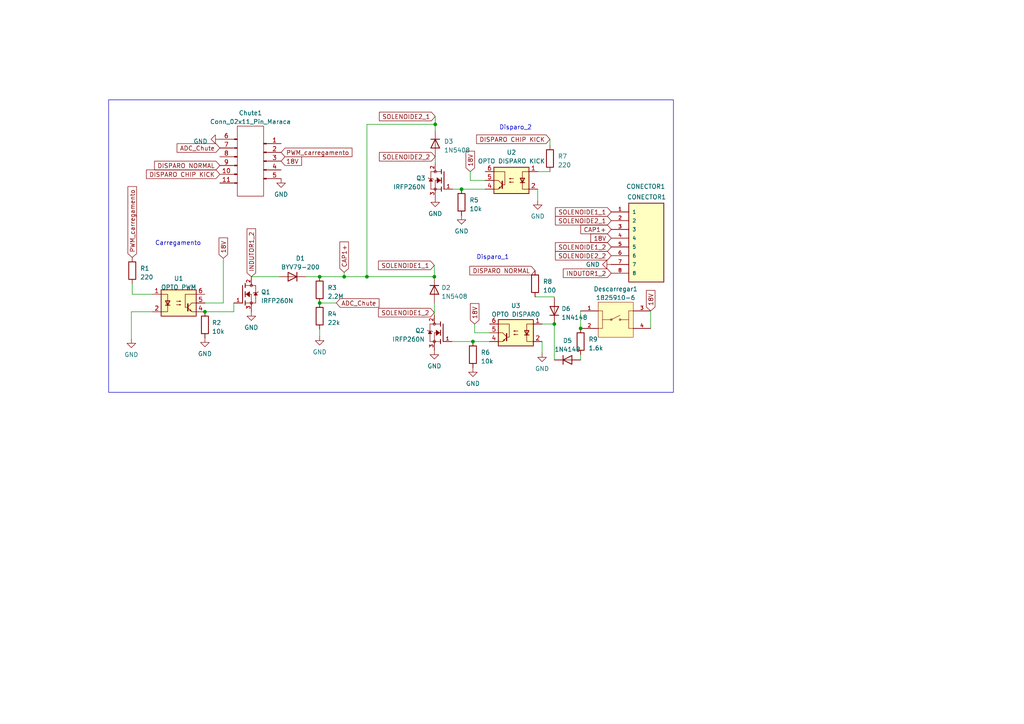
<source format=kicad_sch>
(kicad_sch (version 20230121) (generator eeschema)

  (uuid 1de9637d-97cd-4863-af99-42f1b5fd7dcb)

  (paper "A4")

  (lib_symbols
    (symbol "1586037-8:1586037-8" (pin_names (offset 1.016)) (in_bom yes) (on_board yes)
      (property "Reference" "J" (at -5.58 12.7 0)
        (effects (font (size 1.27 1.27)) (justify left bottom))
      )
      (property "Value" "1586037-8" (at -5.08 -12.7 0)
        (effects (font (size 1.27 1.27)) (justify left bottom))
      )
      (property "Footprint" "TE_1586037-8" (at 0 0 0)
        (effects (font (size 1.27 1.27)) (justify bottom) hide)
      )
      (property "Datasheet" "" (at 0 0 0)
        (effects (font (size 1.27 1.27)) hide)
      )
      (property "Comment" "1586037-8" (at 0 0 0)
        (effects (font (size 1.27 1.27)) (justify bottom) hide)
      )
      (symbol "1586037-8_0_0"
        (rectangle (start -5.08 -10.16) (end 5.08 12.7)
          (stroke (width 0.254) (type default))
          (fill (type background))
        )
        (pin passive line (at -10.16 10.16 0) (length 5.08)
          (name "1" (effects (font (size 1.016 1.016))))
          (number "1" (effects (font (size 1.016 1.016))))
        )
        (pin passive line (at -10.16 7.62 0) (length 5.08)
          (name "2" (effects (font (size 1.016 1.016))))
          (number "2" (effects (font (size 1.016 1.016))))
        )
        (pin passive line (at -10.16 5.08 0) (length 5.08)
          (name "3" (effects (font (size 1.016 1.016))))
          (number "3" (effects (font (size 1.016 1.016))))
        )
        (pin passive line (at -10.16 2.54 0) (length 5.08)
          (name "4" (effects (font (size 1.016 1.016))))
          (number "4" (effects (font (size 1.016 1.016))))
        )
        (pin passive line (at -10.16 0 0) (length 5.08)
          (name "5" (effects (font (size 1.016 1.016))))
          (number "5" (effects (font (size 1.016 1.016))))
        )
        (pin passive line (at -10.16 -2.54 0) (length 5.08)
          (name "6" (effects (font (size 1.016 1.016))))
          (number "6" (effects (font (size 1.016 1.016))))
        )
        (pin passive line (at -10.16 -5.08 0) (length 5.08)
          (name "7" (effects (font (size 1.016 1.016))))
          (number "7" (effects (font (size 1.016 1.016))))
        )
        (pin passive line (at -10.16 -7.62 0) (length 5.08)
          (name "8" (effects (font (size 1.016 1.016))))
          (number "8" (effects (font (size 1.016 1.016))))
        )
      )
    )
    (symbol "Device:R" (pin_numbers hide) (pin_names (offset 0)) (in_bom yes) (on_board yes)
      (property "Reference" "R" (at 2.032 0 90)
        (effects (font (size 1.27 1.27)))
      )
      (property "Value" "R" (at 0 0 90)
        (effects (font (size 1.27 1.27)))
      )
      (property "Footprint" "" (at -1.778 0 90)
        (effects (font (size 1.27 1.27)) hide)
      )
      (property "Datasheet" "~" (at 0 0 0)
        (effects (font (size 1.27 1.27)) hide)
      )
      (property "ki_keywords" "R res resistor" (at 0 0 0)
        (effects (font (size 1.27 1.27)) hide)
      )
      (property "ki_description" "Resistor" (at 0 0 0)
        (effects (font (size 1.27 1.27)) hide)
      )
      (property "ki_fp_filters" "R_*" (at 0 0 0)
        (effects (font (size 1.27 1.27)) hide)
      )
      (symbol "R_0_1"
        (rectangle (start -1.016 -2.54) (end 1.016 2.54)
          (stroke (width 0.254) (type default))
          (fill (type none))
        )
      )
      (symbol "R_1_1"
        (pin passive line (at 0 3.81 270) (length 1.27)
          (name "~" (effects (font (size 1.27 1.27))))
          (number "1" (effects (font (size 1.27 1.27))))
        )
        (pin passive line (at 0 -3.81 90) (length 1.27)
          (name "~" (effects (font (size 1.27 1.27))))
          (number "2" (effects (font (size 1.27 1.27))))
        )
      )
    )
    (symbol "Diode:1N4148" (pin_numbers hide) (pin_names hide) (in_bom yes) (on_board yes)
      (property "Reference" "D" (at 0 2.54 0)
        (effects (font (size 1.27 1.27)))
      )
      (property "Value" "1N4148" (at 0 -2.54 0)
        (effects (font (size 1.27 1.27)))
      )
      (property "Footprint" "Diode_THT:D_DO-35_SOD27_P7.62mm_Horizontal" (at 0 0 0)
        (effects (font (size 1.27 1.27)) hide)
      )
      (property "Datasheet" "https://assets.nexperia.com/documents/data-sheet/1N4148_1N4448.pdf" (at 0 0 0)
        (effects (font (size 1.27 1.27)) hide)
      )
      (property "Sim.Device" "D" (at 0 0 0)
        (effects (font (size 1.27 1.27)) hide)
      )
      (property "Sim.Pins" "1=K 2=A" (at 0 0 0)
        (effects (font (size 1.27 1.27)) hide)
      )
      (property "ki_keywords" "diode" (at 0 0 0)
        (effects (font (size 1.27 1.27)) hide)
      )
      (property "ki_description" "100V 0.15A standard switching diode, DO-35" (at 0 0 0)
        (effects (font (size 1.27 1.27)) hide)
      )
      (property "ki_fp_filters" "D*DO?35*" (at 0 0 0)
        (effects (font (size 1.27 1.27)) hide)
      )
      (symbol "1N4148_0_1"
        (polyline
          (pts
            (xy -1.27 1.27)
            (xy -1.27 -1.27)
          )
          (stroke (width 0.254) (type default))
          (fill (type none))
        )
        (polyline
          (pts
            (xy 1.27 0)
            (xy -1.27 0)
          )
          (stroke (width 0) (type default))
          (fill (type none))
        )
        (polyline
          (pts
            (xy 1.27 1.27)
            (xy 1.27 -1.27)
            (xy -1.27 0)
            (xy 1.27 1.27)
          )
          (stroke (width 0.254) (type default))
          (fill (type none))
        )
      )
      (symbol "1N4148_1_1"
        (pin passive line (at -3.81 0 0) (length 2.54)
          (name "K" (effects (font (size 1.27 1.27))))
          (number "1" (effects (font (size 1.27 1.27))))
        )
        (pin passive line (at 3.81 0 180) (length 2.54)
          (name "A" (effects (font (size 1.27 1.27))))
          (number "2" (effects (font (size 1.27 1.27))))
        )
      )
    )
    (symbol "Diode:1N5408" (pin_numbers hide) (pin_names hide) (in_bom yes) (on_board yes)
      (property "Reference" "D" (at 0 2.54 0)
        (effects (font (size 1.27 1.27)))
      )
      (property "Value" "1N5408" (at 0 -2.54 0)
        (effects (font (size 1.27 1.27)))
      )
      (property "Footprint" "Diode_THT:D_DO-201AD_P15.24mm_Horizontal" (at 0 -4.445 0)
        (effects (font (size 1.27 1.27)) hide)
      )
      (property "Datasheet" "http://www.vishay.com/docs/88516/1n5400.pdf" (at 0 0 0)
        (effects (font (size 1.27 1.27)) hide)
      )
      (property "Sim.Device" "D" (at 0 0 0)
        (effects (font (size 1.27 1.27)) hide)
      )
      (property "Sim.Pins" "1=K 2=A" (at 0 0 0)
        (effects (font (size 1.27 1.27)) hide)
      )
      (property "ki_keywords" "diode" (at 0 0 0)
        (effects (font (size 1.27 1.27)) hide)
      )
      (property "ki_description" "1000V 3A General Purpose Rectifier Diode, DO-201AD" (at 0 0 0)
        (effects (font (size 1.27 1.27)) hide)
      )
      (property "ki_fp_filters" "D*DO?201AD*" (at 0 0 0)
        (effects (font (size 1.27 1.27)) hide)
      )
      (symbol "1N5408_0_1"
        (polyline
          (pts
            (xy -1.27 1.27)
            (xy -1.27 -1.27)
          )
          (stroke (width 0.254) (type default))
          (fill (type none))
        )
        (polyline
          (pts
            (xy 1.27 0)
            (xy -1.27 0)
          )
          (stroke (width 0) (type default))
          (fill (type none))
        )
        (polyline
          (pts
            (xy 1.27 1.27)
            (xy 1.27 -1.27)
            (xy -1.27 0)
            (xy 1.27 1.27)
          )
          (stroke (width 0.254) (type default))
          (fill (type none))
        )
      )
      (symbol "1N5408_1_1"
        (pin passive line (at -3.81 0 0) (length 2.54)
          (name "K" (effects (font (size 1.27 1.27))))
          (number "1" (effects (font (size 1.27 1.27))))
        )
        (pin passive line (at 3.81 0 180) (length 2.54)
          (name "A" (effects (font (size 1.27 1.27))))
          (number "2" (effects (font (size 1.27 1.27))))
        )
      )
    )
    (symbol "Diode:BYV79-200" (pin_numbers hide) (pin_names hide) (in_bom yes) (on_board yes)
      (property "Reference" "D" (at 0 2.54 0)
        (effects (font (size 1.27 1.27)))
      )
      (property "Value" "BYV79-200" (at 0 -2.54 0)
        (effects (font (size 1.27 1.27)))
      )
      (property "Footprint" "Package_TO_SOT_THT:TO-220-2_Vertical" (at 0 -4.445 0)
        (effects (font (size 1.27 1.27)) hide)
      )
      (property "Datasheet" "http://pdf.datasheetcatalog.com/datasheet/philips/BYV79-100.pdf" (at 0 0 0)
        (effects (font (size 1.27 1.27)) hide)
      )
      (property "Sim.Device" "D" (at 0 0 0)
        (effects (font (size 1.27 1.27)) hide)
      )
      (property "Sim.Pins" "1=K 2=A" (at 0 0 0)
        (effects (font (size 1.27 1.27)) hide)
      )
      (property "ki_keywords" "diode" (at 0 0 0)
        (effects (font (size 1.27 1.27)) hide)
      )
      (property "ki_description" "200V 14A Ultrafast Rectifier Diode, TO-220" (at 0 0 0)
        (effects (font (size 1.27 1.27)) hide)
      )
      (property "ki_fp_filters" "TO?220*" (at 0 0 0)
        (effects (font (size 1.27 1.27)) hide)
      )
      (symbol "BYV79-200_0_1"
        (polyline
          (pts
            (xy -1.27 1.27)
            (xy -1.27 -1.27)
          )
          (stroke (width 0.254) (type default))
          (fill (type none))
        )
        (polyline
          (pts
            (xy 1.27 0)
            (xy -1.27 0)
          )
          (stroke (width 0) (type default))
          (fill (type none))
        )
        (polyline
          (pts
            (xy 1.27 1.27)
            (xy 1.27 -1.27)
            (xy -1.27 0)
            (xy 1.27 1.27)
          )
          (stroke (width 0.254) (type default))
          (fill (type none))
        )
      )
      (symbol "BYV79-200_1_1"
        (pin passive line (at -3.81 0 0) (length 2.54)
          (name "K" (effects (font (size 1.27 1.27))))
          (number "1" (effects (font (size 1.27 1.27))))
        )
        (pin passive line (at 3.81 0 180) (length 2.54)
          (name "A" (effects (font (size 1.27 1.27))))
          (number "2" (effects (font (size 1.27 1.27))))
        )
      )
    )
    (symbol "IRFP260N:IRFP260N" (pin_names (offset 1.016)) (in_bom yes) (on_board yes)
      (property "Reference" "Q" (at -8.89 2.54 0)
        (effects (font (size 1.27 1.27)) (justify left bottom))
      )
      (property "Value" "IRFP260N" (at -8.89 -7.62 0)
        (effects (font (size 1.27 1.27)) (justify left bottom))
      )
      (property "Footprint" "TO545P1560X500X2460-3" (at 0 0 0)
        (effects (font (size 1.27 1.27)) (justify bottom) hide)
      )
      (property "Datasheet" "" (at 0 0 0)
        (effects (font (size 1.27 1.27)) hide)
      )
      (property "PARTREV" "08/18/10" (at 0 0 0)
        (effects (font (size 1.27 1.27)) (justify bottom) hide)
      )
      (property "STANDARD" "IPC 7351B" (at 0 0 0)
        (effects (font (size 1.27 1.27)) (justify bottom) hide)
      )
      (property "MAXIMUM_PACKAGE_HEIGHT" "24.6 mm" (at 0 0 0)
        (effects (font (size 1.27 1.27)) (justify bottom) hide)
      )
      (property "MANUFACTURER" "Infineon Technologies" (at 0 0 0)
        (effects (font (size 1.27 1.27)) (justify bottom) hide)
      )
      (symbol "IRFP260N_0_0"
        (polyline
          (pts
            (xy 0 2.54)
            (xy 0 -2.54)
          )
          (stroke (width 0.254) (type default))
          (fill (type none))
        )
        (polyline
          (pts
            (xy 0.762 -2.54)
            (xy 0.762 -3.175)
          )
          (stroke (width 0.254) (type default))
          (fill (type none))
        )
        (polyline
          (pts
            (xy 0.762 -1.905)
            (xy 0.762 -2.54)
          )
          (stroke (width 0.254) (type default))
          (fill (type none))
        )
        (polyline
          (pts
            (xy 0.762 0)
            (xy 0.762 -0.762)
          )
          (stroke (width 0.254) (type default))
          (fill (type none))
        )
        (polyline
          (pts
            (xy 0.762 0)
            (xy 2.54 0)
          )
          (stroke (width 0.1524) (type default))
          (fill (type none))
        )
        (polyline
          (pts
            (xy 0.762 0.762)
            (xy 0.762 0)
          )
          (stroke (width 0.254) (type default))
          (fill (type none))
        )
        (polyline
          (pts
            (xy 0.762 2.54)
            (xy 0.762 1.905)
          )
          (stroke (width 0.254) (type default))
          (fill (type none))
        )
        (polyline
          (pts
            (xy 0.762 2.54)
            (xy 3.81 2.54)
          )
          (stroke (width 0.1524) (type default))
          (fill (type none))
        )
        (polyline
          (pts
            (xy 0.762 3.175)
            (xy 0.762 2.54)
          )
          (stroke (width 0.254) (type default))
          (fill (type none))
        )
        (polyline
          (pts
            (xy 2.54 -2.54)
            (xy 0.762 -2.54)
          )
          (stroke (width 0.1524) (type default))
          (fill (type none))
        )
        (polyline
          (pts
            (xy 2.54 -2.54)
            (xy 3.81 -2.54)
          )
          (stroke (width 0.1524) (type default))
          (fill (type none))
        )
        (polyline
          (pts
            (xy 2.54 0)
            (xy 2.54 -2.54)
          )
          (stroke (width 0.1524) (type default))
          (fill (type none))
        )
        (polyline
          (pts
            (xy 3.302 0.508)
            (xy 3.048 0.254)
          )
          (stroke (width 0.1524) (type default))
          (fill (type none))
        )
        (polyline
          (pts
            (xy 3.81 0.508)
            (xy 3.302 0.508)
          )
          (stroke (width 0.1524) (type default))
          (fill (type none))
        )
        (polyline
          (pts
            (xy 3.81 0.508)
            (xy 3.81 -2.54)
          )
          (stroke (width 0.1524) (type default))
          (fill (type none))
        )
        (polyline
          (pts
            (xy 3.81 2.54)
            (xy 3.81 0.508)
          )
          (stroke (width 0.1524) (type default))
          (fill (type none))
        )
        (polyline
          (pts
            (xy 4.318 0.508)
            (xy 3.81 0.508)
          )
          (stroke (width 0.1524) (type default))
          (fill (type none))
        )
        (polyline
          (pts
            (xy 4.572 0.762)
            (xy 4.318 0.508)
          )
          (stroke (width 0.1524) (type default))
          (fill (type none))
        )
        (polyline
          (pts
            (xy 1.016 0)
            (xy 2.032 0.762)
            (xy 2.032 -0.762)
            (xy 1.016 0)
          )
          (stroke (width 0.1524) (type default))
          (fill (type outline))
        )
        (polyline
          (pts
            (xy 3.81 0.508)
            (xy 3.302 -0.254)
            (xy 4.318 -0.254)
            (xy 3.81 0.508)
          )
          (stroke (width 0.1524) (type default))
          (fill (type outline))
        )
        (circle (center 2.54 -2.54) (radius 0.3592)
          (stroke (width 0) (type default))
          (fill (type none))
        )
        (circle (center 2.54 2.54) (radius 0.3592)
          (stroke (width 0) (type default))
          (fill (type none))
        )
        (pin passive line (at -2.54 -2.54 0) (length 2.54)
          (name "~" (effects (font (size 1.016 1.016))))
          (number "1" (effects (font (size 1.016 1.016))))
        )
        (pin passive line (at 2.54 5.08 270) (length 2.54)
          (name "~" (effects (font (size 1.016 1.016))))
          (number "2" (effects (font (size 1.016 1.016))))
        )
        (pin passive line (at 2.54 -5.08 90) (length 2.54)
          (name "~" (effects (font (size 1.016 1.016))))
          (number "3" (effects (font (size 1.016 1.016))))
        )
      )
    )
    (symbol "Isolator:4N25" (pin_names (offset 1.016)) (in_bom yes) (on_board yes)
      (property "Reference" "U" (at -5.08 5.08 0)
        (effects (font (size 1.27 1.27)) (justify left))
      )
      (property "Value" "4N25" (at 0 5.08 0)
        (effects (font (size 1.27 1.27)) (justify left))
      )
      (property "Footprint" "Package_DIP:DIP-6_W7.62mm" (at -5.08 -5.08 0)
        (effects (font (size 1.27 1.27) italic) (justify left) hide)
      )
      (property "Datasheet" "https://www.vishay.com/docs/83725/4n25.pdf" (at 0 0 0)
        (effects (font (size 1.27 1.27)) (justify left) hide)
      )
      (property "ki_keywords" "NPN DC Optocoupler Base Connected" (at 0 0 0)
        (effects (font (size 1.27 1.27)) hide)
      )
      (property "ki_description" "DC Optocoupler Base Connected, Vce 30V, CTR 20%, Viso 2500V, DIP6" (at 0 0 0)
        (effects (font (size 1.27 1.27)) hide)
      )
      (property "ki_fp_filters" "DIP*W7.62mm*" (at 0 0 0)
        (effects (font (size 1.27 1.27)) hide)
      )
      (symbol "4N25_0_1"
        (rectangle (start -5.08 3.81) (end 5.08 -3.81)
          (stroke (width 0.254) (type default))
          (fill (type background))
        )
        (polyline
          (pts
            (xy -3.81 -0.635)
            (xy -2.54 -0.635)
          )
          (stroke (width 0.254) (type default))
          (fill (type none))
        )
        (polyline
          (pts
            (xy 2.667 -1.397)
            (xy 3.81 -2.54)
          )
          (stroke (width 0) (type default))
          (fill (type none))
        )
        (polyline
          (pts
            (xy 2.667 -1.143)
            (xy 3.81 0)
          )
          (stroke (width 0) (type default))
          (fill (type none))
        )
        (polyline
          (pts
            (xy 3.81 -2.54)
            (xy 5.08 -2.54)
          )
          (stroke (width 0) (type default))
          (fill (type none))
        )
        (polyline
          (pts
            (xy 3.81 0)
            (xy 5.08 0)
          )
          (stroke (width 0) (type default))
          (fill (type none))
        )
        (polyline
          (pts
            (xy 2.667 -0.254)
            (xy 2.667 -2.286)
            (xy 2.667 -2.286)
          )
          (stroke (width 0.3556) (type default))
          (fill (type none))
        )
        (polyline
          (pts
            (xy -5.08 -2.54)
            (xy -3.175 -2.54)
            (xy -3.175 2.54)
            (xy -5.08 2.54)
          )
          (stroke (width 0) (type default))
          (fill (type none))
        )
        (polyline
          (pts
            (xy -3.175 -0.635)
            (xy -3.81 0.635)
            (xy -2.54 0.635)
            (xy -3.175 -0.635)
          )
          (stroke (width 0.254) (type default))
          (fill (type none))
        )
        (polyline
          (pts
            (xy 3.683 -2.413)
            (xy 3.429 -1.905)
            (xy 3.175 -2.159)
            (xy 3.683 -2.413)
          )
          (stroke (width 0) (type default))
          (fill (type none))
        )
        (polyline
          (pts
            (xy 5.08 2.54)
            (xy 1.905 2.54)
            (xy 1.905 -1.27)
            (xy 2.54 -1.27)
          )
          (stroke (width 0) (type default))
          (fill (type none))
        )
        (polyline
          (pts
            (xy -0.635 -0.508)
            (xy 0.635 -0.508)
            (xy 0.254 -0.635)
            (xy 0.254 -0.381)
            (xy 0.635 -0.508)
          )
          (stroke (width 0) (type default))
          (fill (type none))
        )
        (polyline
          (pts
            (xy -0.635 0.508)
            (xy 0.635 0.508)
            (xy 0.254 0.381)
            (xy 0.254 0.635)
            (xy 0.635 0.508)
          )
          (stroke (width 0) (type default))
          (fill (type none))
        )
      )
      (symbol "4N25_1_1"
        (pin passive line (at -7.62 2.54 0) (length 2.54)
          (name "~" (effects (font (size 1.27 1.27))))
          (number "1" (effects (font (size 1.27 1.27))))
        )
        (pin passive line (at -7.62 -2.54 0) (length 2.54)
          (name "~" (effects (font (size 1.27 1.27))))
          (number "2" (effects (font (size 1.27 1.27))))
        )
        (pin no_connect line (at -5.08 0 0) (length 2.54) hide
          (name "NC" (effects (font (size 1.27 1.27))))
          (number "3" (effects (font (size 1.27 1.27))))
        )
        (pin passive line (at 7.62 -2.54 180) (length 2.54)
          (name "~" (effects (font (size 1.27 1.27))))
          (number "4" (effects (font (size 1.27 1.27))))
        )
        (pin passive line (at 7.62 0 180) (length 2.54)
          (name "~" (effects (font (size 1.27 1.27))))
          (number "5" (effects (font (size 1.27 1.27))))
        )
        (pin passive line (at 7.62 2.54 180) (length 2.54)
          (name "~" (effects (font (size 1.27 1.27))))
          (number "6" (effects (font (size 1.27 1.27))))
        )
      )
    )
    (symbol "Maraca:1825910-6" (pin_names (offset 1.016)) (in_bom yes) (on_board yes)
      (property "Reference" "SW" (at -5.0897 5.8532 0)
        (effects (font (size 1.27 1.27)) (justify left bottom))
      )
      (property "Value" "1825910-6" (at -5.0883 -7.6325 0)
        (effects (font (size 1.27 1.27)) (justify left bottom))
      )
      (property "Footprint" "SW_1825910-6-4" (at 0 0 0)
        (effects (font (size 1.27 1.27)) (justify bottom) hide)
      )
      (property "Datasheet" "" (at 0 0 0)
        (effects (font (size 1.27 1.27)) hide)
      )
      (property "Comment" "1825910-6" (at 0 0 0)
        (effects (font (size 1.27 1.27)) (justify bottom) hide)
      )
      (symbol "1825910-6_0_0"
        (rectangle (start -5.08 -5.08) (end 5.08 5.08)
          (stroke (width 0.127) (type default))
          (fill (type background))
        )
        (circle (center -1.27 0) (radius 0.254)
          (stroke (width 0.127) (type default))
          (fill (type none))
        )
        (polyline
          (pts
            (xy -5.08 2.54)
            (xy -3.81 2.54)
          )
          (stroke (width 0.127) (type default))
          (fill (type none))
        )
        (polyline
          (pts
            (xy -3.81 -2.54)
            (xy -5.08 -2.54)
          )
          (stroke (width 0.127) (type default))
          (fill (type none))
        )
        (polyline
          (pts
            (xy -3.81 0)
            (xy -3.81 -2.54)
          )
          (stroke (width 0.127) (type default))
          (fill (type none))
        )
        (polyline
          (pts
            (xy -3.81 0)
            (xy -1.27 0)
          )
          (stroke (width 0.127) (type default))
          (fill (type none))
        )
        (polyline
          (pts
            (xy -3.81 2.54)
            (xy -3.81 0)
          )
          (stroke (width 0.127) (type default))
          (fill (type none))
        )
        (polyline
          (pts
            (xy -1.27 0)
            (xy 1.27 1.27)
          )
          (stroke (width 0.127) (type default))
          (fill (type none))
        )
        (polyline
          (pts
            (xy 1.27 0)
            (xy 3.81 0)
          )
          (stroke (width 0.127) (type default))
          (fill (type none))
        )
        (polyline
          (pts
            (xy 3.81 -2.54)
            (xy 5.08 -2.54)
          )
          (stroke (width 0.127) (type default))
          (fill (type none))
        )
        (polyline
          (pts
            (xy 3.81 0)
            (xy 3.81 -2.54)
          )
          (stroke (width 0.127) (type default))
          (fill (type none))
        )
        (polyline
          (pts
            (xy 3.81 0)
            (xy 3.81 2.54)
          )
          (stroke (width 0.127) (type default))
          (fill (type none))
        )
        (polyline
          (pts
            (xy 3.81 2.54)
            (xy 5.08 2.54)
          )
          (stroke (width 0.127) (type default))
          (fill (type none))
        )
        (circle (center 1.27 0) (radius 0.254)
          (stroke (width 0.127) (type default))
          (fill (type none))
        )
        (pin passive line (at -10.16 2.54 0) (length 5.08)
          (name "~" (effects (font (size 1.016 1.016))))
          (number "1" (effects (font (size 1.016 1.016))))
        )
        (pin passive line (at -10.16 -2.54 0) (length 5.08)
          (name "~" (effects (font (size 1.016 1.016))))
          (number "2" (effects (font (size 1.016 1.016))))
        )
        (pin passive line (at 10.16 2.54 180) (length 5.08)
          (name "~" (effects (font (size 1.016 1.016))))
          (number "3" (effects (font (size 1.016 1.016))))
        )
        (pin passive line (at 10.16 -2.54 180) (length 5.08)
          (name "~" (effects (font (size 1.016 1.016))))
          (number "4" (effects (font (size 1.016 1.016))))
        )
      )
    )
    (symbol "Maraca:Conn_02x11_Pin_Maraca" (pin_names (offset 1.016) hide) (in_bom yes) (on_board yes)
      (property "Reference" "J" (at -29.21 16.51 0)
        (effects (font (size 1.27 1.27)))
      )
      (property "Value" "Conn_02x11_Pin_Maraca" (at -29.21 -7.62 0)
        (effects (font (size 1.27 1.27)))
      )
      (property "Footprint" "" (at -33.02 11.43 0)
        (effects (font (size 1.27 1.27)) hide)
      )
      (property "Datasheet" "~" (at -33.02 11.43 0)
        (effects (font (size 1.27 1.27)) hide)
      )
      (property "ki_locked" "" (at 0 0 0)
        (effects (font (size 1.27 1.27)))
      )
      (property "ki_keywords" "connector" (at 0 0 0)
        (effects (font (size 1.27 1.27)) hide)
      )
      (property "ki_description" "Generic connector, single row, 01x13, script generated" (at 0 0 0)
        (effects (font (size 1.27 1.27)) hide)
      )
      (property "ki_fp_filters" "Connector*:*_1x??_*" (at 0 0 0)
        (effects (font (size 1.27 1.27)) hide)
      )
      (symbol "Conn_02x11_Pin_Maraca_1_1"
        (rectangle (start -33.02 -1.397) (end -33.8836 -1.143)
          (stroke (width 0.1524) (type default))
          (fill (type outline))
        )
        (rectangle (start -33.02 1.143) (end -33.8836 1.397)
          (stroke (width 0.1524) (type default))
          (fill (type outline))
        )
        (rectangle (start -33.02 3.683) (end -33.8836 3.937)
          (stroke (width 0.1524) (type default))
          (fill (type outline))
        )
        (rectangle (start -33.02 6.223) (end -33.8836 6.477)
          (stroke (width 0.1524) (type default))
          (fill (type outline))
        )
        (rectangle (start -33.02 8.763) (end -33.8836 9.017)
          (stroke (width 0.1524) (type default))
          (fill (type outline))
        )
        (rectangle (start -33.02 11.303) (end -33.8836 11.557)
          (stroke (width 0.1524) (type default))
          (fill (type outline))
        )
        (rectangle (start -33.02 15.24) (end -25.4 -5.08)
          (stroke (width 0) (type default))
          (fill (type none))
        )
        (rectangle (start -24.5364 0.127) (end -25.4 -0.127)
          (stroke (width 0.1524) (type default))
          (fill (type outline))
        )
        (rectangle (start -24.5364 2.667) (end -25.4 2.413)
          (stroke (width 0.1524) (type default))
          (fill (type outline))
        )
        (rectangle (start -24.5364 5.207) (end -25.4 4.953)
          (stroke (width 0.1524) (type default))
          (fill (type outline))
        )
        (rectangle (start -24.5364 7.747) (end -25.4 7.493)
          (stroke (width 0.1524) (type default))
          (fill (type outline))
        )
        (rectangle (start -24.5364 10.287) (end -25.4 10.033)
          (stroke (width 0.1524) (type default))
          (fill (type outline))
        )
        (polyline
          (pts
            (xy -34.29 -1.27)
            (xy -33.8836 -1.27)
          )
          (stroke (width 0.1524) (type default))
          (fill (type none))
        )
        (polyline
          (pts
            (xy -34.29 1.27)
            (xy -33.8836 1.27)
          )
          (stroke (width 0.1524) (type default))
          (fill (type none))
        )
        (polyline
          (pts
            (xy -34.29 3.81)
            (xy -33.8836 3.81)
          )
          (stroke (width 0.1524) (type default))
          (fill (type none))
        )
        (polyline
          (pts
            (xy -34.29 6.35)
            (xy -33.8836 6.35)
          )
          (stroke (width 0.1524) (type default))
          (fill (type none))
        )
        (polyline
          (pts
            (xy -34.29 8.89)
            (xy -33.8836 8.89)
          )
          (stroke (width 0.1524) (type default))
          (fill (type none))
        )
        (polyline
          (pts
            (xy -34.29 11.43)
            (xy -33.8836 11.43)
          )
          (stroke (width 0.1524) (type default))
          (fill (type none))
        )
        (polyline
          (pts
            (xy -24.13 0)
            (xy -24.5364 0)
          )
          (stroke (width 0.1524) (type default))
          (fill (type none))
        )
        (polyline
          (pts
            (xy -24.13 2.54)
            (xy -24.5364 2.54)
          )
          (stroke (width 0.1524) (type default))
          (fill (type none))
        )
        (polyline
          (pts
            (xy -24.13 5.08)
            (xy -24.5364 5.08)
          )
          (stroke (width 0.1524) (type default))
          (fill (type none))
        )
        (polyline
          (pts
            (xy -24.13 7.62)
            (xy -24.5364 7.62)
          )
          (stroke (width 0.1524) (type default))
          (fill (type none))
        )
        (polyline
          (pts
            (xy -24.13 10.16)
            (xy -24.5364 10.16)
          )
          (stroke (width 0.1524) (type default))
          (fill (type none))
        )
        (pin passive line (at -20.32 10.16 180) (length 3.81)
          (name "Pin_1" (effects (font (size 1.27 1.27))))
          (number "1" (effects (font (size 1.27 1.27))))
        )
        (pin passive line (at -38.1 1.27 0) (length 3.81)
          (name "Pin_10" (effects (font (size 1.27 1.27))))
          (number "10" (effects (font (size 1.27 1.27))))
        )
        (pin passive line (at -38.1 -1.27 0) (length 3.81)
          (name "Pin_11" (effects (font (size 1.27 1.27))))
          (number "11" (effects (font (size 1.27 1.27))))
        )
        (pin passive line (at -20.32 7.62 180) (length 3.81)
          (name "Pin_2" (effects (font (size 1.27 1.27))))
          (number "2" (effects (font (size 1.27 1.27))))
        )
        (pin passive line (at -20.32 5.08 180) (length 3.81)
          (name "Pin_3" (effects (font (size 1.27 1.27))))
          (number "3" (effects (font (size 1.27 1.27))))
        )
        (pin passive line (at -20.32 2.54 180) (length 3.81)
          (name "Pin_4" (effects (font (size 1.27 1.27))))
          (number "4" (effects (font (size 1.27 1.27))))
        )
        (pin passive line (at -20.32 0 180) (length 3.81)
          (name "Pin_5" (effects (font (size 1.27 1.27))))
          (number "5" (effects (font (size 1.27 1.27))))
        )
        (pin passive line (at -38.1 11.43 0) (length 3.81)
          (name "Pin_6" (effects (font (size 1.27 1.27))))
          (number "6" (effects (font (size 1.27 1.27))))
        )
        (pin passive line (at -38.1 8.89 0) (length 3.81)
          (name "Pin_7" (effects (font (size 1.27 1.27))))
          (number "7" (effects (font (size 1.27 1.27))))
        )
        (pin passive line (at -38.1 6.35 0) (length 3.81)
          (name "Pin_8" (effects (font (size 1.27 1.27))))
          (number "8" (effects (font (size 1.27 1.27))))
        )
        (pin passive line (at -38.1 3.81 0) (length 3.81)
          (name "Pin_9" (effects (font (size 1.27 1.27))))
          (number "9" (effects (font (size 1.27 1.27))))
        )
      )
    )
    (symbol "power:GND" (power) (pin_names (offset 0)) (in_bom yes) (on_board yes)
      (property "Reference" "#PWR" (at 0 -6.35 0)
        (effects (font (size 1.27 1.27)) hide)
      )
      (property "Value" "GND" (at 0 -3.81 0)
        (effects (font (size 1.27 1.27)))
      )
      (property "Footprint" "" (at 0 0 0)
        (effects (font (size 1.27 1.27)) hide)
      )
      (property "Datasheet" "" (at 0 0 0)
        (effects (font (size 1.27 1.27)) hide)
      )
      (property "ki_keywords" "global power" (at 0 0 0)
        (effects (font (size 1.27 1.27)) hide)
      )
      (property "ki_description" "Power symbol creates a global label with name \"GND\" , ground" (at 0 0 0)
        (effects (font (size 1.27 1.27)) hide)
      )
      (symbol "GND_0_1"
        (polyline
          (pts
            (xy 0 0)
            (xy 0 -1.27)
            (xy 1.27 -1.27)
            (xy 0 -2.54)
            (xy -1.27 -1.27)
            (xy 0 -1.27)
          )
          (stroke (width 0) (type default))
          (fill (type none))
        )
      )
      (symbol "GND_1_1"
        (pin power_in line (at 0 0 270) (length 0) hide
          (name "GND" (effects (font (size 1.27 1.27))))
          (number "1" (effects (font (size 1.27 1.27))))
        )
      )
    )
  )

  (junction (at 59.436 90.424) (diameter 0) (color 0 0 0 0)
    (uuid 346b8d05-7019-4425-8f0b-ad0ff571d221)
  )
  (junction (at 99.822 80.264) (diameter 0) (color 0 0 0 0)
    (uuid 5c7adb63-4110-413b-801f-5119ddf654e9)
  )
  (junction (at 126.238 36.068) (diameter 0) (color 0 0 0 0)
    (uuid 5c9e4e2b-54f3-4678-b3c0-01948c66dd80)
  )
  (junction (at 106.426 80.264) (diameter 0) (color 0 0 0 0)
    (uuid 6727a927-83a0-4ebc-b4b1-e121bd857375)
  )
  (junction (at 137.16 99.06) (diameter 0) (color 0 0 0 0)
    (uuid 9384c846-3e07-4e8b-a6a3-baf6491b8b31)
  )
  (junction (at 168.402 95.25) (diameter 0) (color 0 0 0 0)
    (uuid bf9e83c1-53e2-422e-9d8a-47bb4fd9d44f)
  )
  (junction (at 125.984 80.264) (diameter 0) (color 0 0 0 0)
    (uuid c87a078c-243e-4d6b-a8da-9bedd0c89b03)
  )
  (junction (at 92.71 87.884) (diameter 0) (color 0 0 0 0)
    (uuid d8bf2dd9-a9bc-4382-8ad0-4a0a07ddfb6b)
  )
  (junction (at 133.858 54.864) (diameter 0) (color 0 0 0 0)
    (uuid dc107b70-f4a3-41b6-8973-e95e46c1faf6)
  )
  (junction (at 160.782 93.98) (diameter 0) (color 0 0 0 0)
    (uuid ddd0f100-041a-4262-980b-2dc7da74433e)
  )
  (junction (at 92.71 80.264) (diameter 0) (color 0 0 0 0)
    (uuid ee4fa9d7-1494-4376-8874-0cb6585da704)
  )

  (wire (pts (xy 59.436 87.884) (xy 64.77 87.884))
    (stroke (width 0) (type default))
    (uuid 1910263a-1c70-470a-a35c-8e0d474aa0cf)
  )
  (wire (pts (xy 67.818 90.424) (xy 67.818 87.884))
    (stroke (width 0) (type default))
    (uuid 274e0be7-ee3f-427a-a4e1-8ce2e0617670)
  )
  (wire (pts (xy 160.782 93.98) (xy 160.782 104.394))
    (stroke (width 0) (type default))
    (uuid 282af502-d868-45fb-b9b7-e13365dc1b62)
  )
  (wire (pts (xy 88.646 80.264) (xy 92.71 80.264))
    (stroke (width 0) (type default))
    (uuid 2b406aef-23be-4352-aeb7-ac23dc62a388)
  )
  (wire (pts (xy 136.398 52.324) (xy 136.398 49.784))
    (stroke (width 0) (type default))
    (uuid 3820ac9e-266d-4bca-911f-0a48ceff7106)
  )
  (wire (pts (xy 137.16 99.06) (xy 141.986 99.06))
    (stroke (width 0) (type default))
    (uuid 3c961268-44c2-4580-a110-58ce2cb5273a)
  )
  (wire (pts (xy 64.77 74.93) (xy 64.77 87.884))
    (stroke (width 0) (type default))
    (uuid 3d983c13-d253-4ae3-a615-46556f0d2de3)
  )
  (wire (pts (xy 159.512 49.784) (xy 155.956 49.784))
    (stroke (width 0) (type default))
    (uuid 4a54c36b-b76f-4ad7-8e85-c22d77eed8c2)
  )
  (wire (pts (xy 168.402 90.17) (xy 168.402 95.25))
    (stroke (width 0) (type default))
    (uuid 51c2c09b-7926-4a96-a88e-743c94732260)
  )
  (wire (pts (xy 125.984 87.884) (xy 125.984 91.44))
    (stroke (width 0) (type default))
    (uuid 52ebb1db-a36d-48b7-b636-22365373e5e7)
  )
  (wire (pts (xy 92.71 97.536) (xy 92.71 95.504))
    (stroke (width 0) (type default))
    (uuid 5521bf3d-5b92-432b-8474-3d7e6996f4f3)
  )
  (wire (pts (xy 38.354 82.296) (xy 38.354 85.344))
    (stroke (width 0) (type default))
    (uuid 5b00b66c-2cb0-4cc4-9141-6fcab6dc7cf9)
  )
  (wire (pts (xy 38.354 85.344) (xy 44.196 85.344))
    (stroke (width 0) (type default))
    (uuid 5c8fb986-55dd-4f29-b070-af1be41772c5)
  )
  (wire (pts (xy 126.238 37.846) (xy 126.238 36.068))
    (stroke (width 0) (type default))
    (uuid 5d8e9657-cc35-4c0a-b512-c1eddc2eb5ec)
  )
  (wire (pts (xy 160.782 93.98) (xy 157.226 93.98))
    (stroke (width 0) (type default))
    (uuid 60995cc3-ddf0-41b7-a2ef-c5cc08dd9f68)
  )
  (wire (pts (xy 99.822 78.994) (xy 99.822 80.264))
    (stroke (width 0) (type default))
    (uuid 660d99a8-c0bd-4575-9369-6727e0cb75ff)
  )
  (wire (pts (xy 59.436 90.424) (xy 67.818 90.424))
    (stroke (width 0) (type default))
    (uuid 728ae590-8df7-4eb0-b6b1-4b3df5276fc5)
  )
  (wire (pts (xy 140.716 52.324) (xy 136.398 52.324))
    (stroke (width 0) (type default))
    (uuid 7a892e92-9c1b-42ed-b695-41ff2d67106a)
  )
  (wire (pts (xy 188.722 90.17) (xy 188.722 95.25))
    (stroke (width 0) (type default))
    (uuid 8045e697-5aba-446d-8c37-19559443091e)
  )
  (wire (pts (xy 168.402 102.87) (xy 168.402 104.394))
    (stroke (width 0) (type default))
    (uuid 82bb6213-654a-4524-adda-450439cf2836)
  )
  (wire (pts (xy 72.898 80.264) (xy 81.026 80.264))
    (stroke (width 0) (type default))
    (uuid 877e05fa-673b-48ff-8718-07d29bbb8aec)
  )
  (wire (pts (xy 155.194 86.106) (xy 160.782 86.106))
    (stroke (width 0) (type default))
    (uuid 909ba15e-d9bc-447f-8758-e0b6cc44a8d8)
  )
  (wire (pts (xy 125.984 76.962) (xy 125.984 80.264))
    (stroke (width 0) (type default))
    (uuid 97bb53df-1981-462b-b11b-6c08143873c9)
  )
  (wire (pts (xy 106.426 36.068) (xy 126.238 36.068))
    (stroke (width 0) (type default))
    (uuid a3db7da2-b74d-4cfc-9d49-adde313ac624)
  )
  (wire (pts (xy 157.226 99.06) (xy 157.226 102.362))
    (stroke (width 0) (type default))
    (uuid a4d24db6-1fc7-416a-92dd-f66111675595)
  )
  (wire (pts (xy 92.71 80.264) (xy 99.822 80.264))
    (stroke (width 0) (type default))
    (uuid a80d020d-0d46-4550-b1d0-4f062ae7f179)
  )
  (wire (pts (xy 38.1 90.424) (xy 44.196 90.424))
    (stroke (width 0) (type default))
    (uuid b02e37a5-d339-467c-a704-2a4742624999)
  )
  (wire (pts (xy 97.536 87.884) (xy 92.71 87.884))
    (stroke (width 0) (type default))
    (uuid b99bd3de-ed72-42f2-a04a-a8579d2de182)
  )
  (wire (pts (xy 126.238 45.466) (xy 126.238 47.244))
    (stroke (width 0) (type default))
    (uuid c229ed14-7969-4315-9f0f-233fb2a7735a)
  )
  (wire (pts (xy 99.822 80.264) (xy 106.426 80.264))
    (stroke (width 0) (type default))
    (uuid d3aaddea-a3cf-4fc6-a864-17e7c1c71bc6)
  )
  (wire (pts (xy 141.986 96.52) (xy 137.668 96.52))
    (stroke (width 0) (type default))
    (uuid d64306de-685c-4d9f-8711-5ac688b1cc15)
  )
  (wire (pts (xy 159.512 40.386) (xy 159.512 42.164))
    (stroke (width 0) (type default))
    (uuid d79a0700-f4b5-4547-a97b-dc52ac448cc3)
  )
  (wire (pts (xy 131.318 54.864) (xy 133.858 54.864))
    (stroke (width 0) (type default))
    (uuid dd9aa82b-b4ab-4bcf-a3cd-eef4ddc6d452)
  )
  (wire (pts (xy 137.668 96.52) (xy 137.668 93.98))
    (stroke (width 0) (type default))
    (uuid e168ac93-665a-4b12-9345-9ecd4728d6c5)
  )
  (wire (pts (xy 131.064 99.06) (xy 137.16 99.06))
    (stroke (width 0) (type default))
    (uuid ed192510-2aa9-484e-a11d-5f30f6efe980)
  )
  (wire (pts (xy 155.956 54.864) (xy 155.956 58.166))
    (stroke (width 0) (type default))
    (uuid ed541d2a-437d-449b-815c-6c100b0d27d5)
  )
  (wire (pts (xy 126.238 36.068) (xy 126.238 33.782))
    (stroke (width 0) (type default))
    (uuid f2150c67-ce80-49e8-b377-b4a610a7c776)
  )
  (wire (pts (xy 160.782 86.106) (xy 160.782 86.36))
    (stroke (width 0) (type default))
    (uuid f76988d4-00a2-4ce2-9427-6f136da02064)
  )
  (wire (pts (xy 106.426 36.068) (xy 106.426 80.264))
    (stroke (width 0) (type default))
    (uuid f8b5e6dd-4770-4412-855b-b7c60ce9f142)
  )
  (wire (pts (xy 133.858 54.864) (xy 140.716 54.864))
    (stroke (width 0) (type default))
    (uuid fb1857ff-a1dd-4561-939e-de8b370925b3)
  )
  (wire (pts (xy 38.1 98.298) (xy 38.1 90.424))
    (stroke (width 0) (type default))
    (uuid fba6cc33-cde5-4a2b-811c-7537ffc61617)
  )
  (wire (pts (xy 106.426 80.264) (xy 125.984 80.264))
    (stroke (width 0) (type default))
    (uuid fc794c21-22cf-46b0-b741-875dbad86f63)
  )

  (rectangle (start 31.496 28.956) (end 195.326 113.792)
    (stroke (width 0) (type default))
    (fill (type none))
    (uuid 8849274a-61b7-460b-a1cb-1527e4437f5c)
  )

  (text "Disparo_2" (at 144.78 37.846 0)
    (effects (font (size 1.27 1.27)) (justify left bottom))
    (uuid a6e33cd2-5e47-42a2-a50f-0139a1ba20ca)
  )
  (text "Carregamento" (at 44.958 71.374 0)
    (effects (font (size 1.27 1.27)) (justify left bottom))
    (uuid c5e1f982-7b7e-492c-9753-b7ebecf3291f)
  )
  (text "Disparo_1" (at 138.176 75.438 0)
    (effects (font (size 1.27 1.27)) (justify left bottom))
    (uuid c876f88b-c201-45ea-aac8-e9700a037469)
  )

  (global_label "DISPARO NORMAL" (shape input) (at 155.194 78.486 180) (fields_autoplaced)
    (effects (font (size 1.27 1.27)) (justify right))
    (uuid 1306ba06-edbe-404f-9cec-6c53581f6b57)
    (property "Intersheetrefs" "${INTERSHEET_REFS}" (at 135.7781 78.486 0)
      (effects (font (size 1.27 1.27)) (justify right) hide)
    )
  )
  (global_label "PWM_carregamento" (shape input) (at 38.354 74.676 90) (fields_autoplaced)
    (effects (font (size 1.27 1.27)) (justify left))
    (uuid 165594d3-17ac-4d98-a8c1-38f13ee18d2c)
    (property "Intersheetrefs" "${INTERSHEET_REFS}" (at 38.354 53.6276 90)
      (effects (font (size 1.27 1.27)) (justify left) hide)
    )
  )
  (global_label "DISPARO CHIP KICK" (shape input) (at 159.512 40.386 180) (fields_autoplaced)
    (effects (font (size 1.27 1.27)) (justify right))
    (uuid 19f0daac-2fd0-4d79-a8fd-0ee8e2e07433)
    (property "Intersheetrefs" "${INTERSHEET_REFS}" (at 137.7375 40.386 0)
      (effects (font (size 1.27 1.27)) (justify right) hide)
    )
  )
  (global_label "CAP1+" (shape input) (at 177.292 66.548 180) (fields_autoplaced)
    (effects (font (size 1.27 1.27)) (justify right))
    (uuid 1d790bdf-aa55-4308-aa6e-3b57b9efc8d5)
    (property "Intersheetrefs" "${INTERSHEET_REFS}" (at 167.9757 66.548 0)
      (effects (font (size 1.27 1.27)) (justify right) hide)
    )
  )
  (global_label "SOLENOIDE2_1" (shape input) (at 126.238 33.782 180) (fields_autoplaced)
    (effects (font (size 1.27 1.27)) (justify right))
    (uuid 2154d845-dacf-4d33-9dbe-13a2a7c615dd)
    (property "Intersheetrefs" "${INTERSHEET_REFS}" (at 109.5437 33.782 0)
      (effects (font (size 1.27 1.27)) (justify right) hide)
    )
  )
  (global_label "INDUTOR1_2" (shape input) (at 72.898 80.264 90) (fields_autoplaced)
    (effects (font (size 1.27 1.27)) (justify left))
    (uuid 2d6839df-5caa-468d-bc42-dac61c101bdc)
    (property "Intersheetrefs" "${INTERSHEET_REFS}" (at 72.898 65.8677 90)
      (effects (font (size 1.27 1.27)) (justify left) hide)
    )
  )
  (global_label "SOLENOIDE1_1" (shape input) (at 125.984 76.962 180) (fields_autoplaced)
    (effects (font (size 1.27 1.27)) (justify right))
    (uuid 2e1ddd3d-ba13-42d2-8396-43400acf93e3)
    (property "Intersheetrefs" "${INTERSHEET_REFS}" (at 109.2897 76.962 0)
      (effects (font (size 1.27 1.27)) (justify right) hide)
    )
  )
  (global_label "SOLENOIDE2_2" (shape input) (at 177.292 74.168 180) (fields_autoplaced)
    (effects (font (size 1.27 1.27)) (justify right))
    (uuid 31169374-32d9-4d54-ab08-11995d898c91)
    (property "Intersheetrefs" "${INTERSHEET_REFS}" (at 160.5977 74.168 0)
      (effects (font (size 1.27 1.27)) (justify right) hide)
    )
  )
  (global_label "18V" (shape input) (at 81.534 46.736 0) (fields_autoplaced)
    (effects (font (size 1.27 1.27)) (justify left))
    (uuid 311d1ee5-3fb9-4bc9-abf7-0e83c482c9f2)
    (property "Intersheetrefs" "${INTERSHEET_REFS}" (at 87.9474 46.736 0)
      (effects (font (size 1.27 1.27)) (justify left) hide)
    )
  )
  (global_label "SOLENOIDE1_1" (shape input) (at 177.292 61.468 180) (fields_autoplaced)
    (effects (font (size 1.27 1.27)) (justify right))
    (uuid 3990e532-fb76-4ba0-bf5f-44175d954fa4)
    (property "Intersheetrefs" "${INTERSHEET_REFS}" (at 160.5977 61.468 0)
      (effects (font (size 1.27 1.27)) (justify right) hide)
    )
  )
  (global_label "ADC_Chute" (shape input) (at 97.536 87.884 0) (fields_autoplaced)
    (effects (font (size 1.27 1.27)) (justify left))
    (uuid 627adaea-074d-4be4-8c98-fdd02b5ffcbe)
    (property "Intersheetrefs" "${INTERSHEET_REFS}" (at 110.4203 87.884 0)
      (effects (font (size 1.27 1.27)) (justify left) hide)
    )
  )
  (global_label "SOLENOIDE2_2" (shape input) (at 126.238 45.466 180) (fields_autoplaced)
    (effects (font (size 1.27 1.27)) (justify right))
    (uuid 69c20978-8357-464e-ab14-1a46a954c7ab)
    (property "Intersheetrefs" "${INTERSHEET_REFS}" (at 109.5437 45.466 0)
      (effects (font (size 1.27 1.27)) (justify right) hide)
    )
  )
  (global_label "18V" (shape input) (at 177.292 69.088 180) (fields_autoplaced)
    (effects (font (size 1.27 1.27)) (justify right))
    (uuid 8743c137-f778-43a8-ae03-140ac6d170cd)
    (property "Intersheetrefs" "${INTERSHEET_REFS}" (at 170.8786 69.088 0)
      (effects (font (size 1.27 1.27)) (justify right) hide)
    )
  )
  (global_label "18V" (shape input) (at 188.722 90.17 90) (fields_autoplaced)
    (effects (font (size 1.27 1.27)) (justify left))
    (uuid 8dd15d5e-9438-426a-af80-b01584627c15)
    (property "Intersheetrefs" "${INTERSHEET_REFS}" (at 188.722 83.7566 90)
      (effects (font (size 1.27 1.27)) (justify left) hide)
    )
  )
  (global_label "18V" (shape input) (at 136.398 49.784 90) (fields_autoplaced)
    (effects (font (size 1.27 1.27)) (justify left))
    (uuid a33bdb36-c5fe-40d8-b263-2dcf6b4cb201)
    (property "Intersheetrefs" "${INTERSHEET_REFS}" (at 136.398 43.3706 90)
      (effects (font (size 1.27 1.27)) (justify left) hide)
    )
  )
  (global_label "18V" (shape input) (at 137.668 93.98 90) (fields_autoplaced)
    (effects (font (size 1.27 1.27)) (justify left))
    (uuid a458f27c-cd69-4fdf-a25e-8847aa18698a)
    (property "Intersheetrefs" "${INTERSHEET_REFS}" (at 137.668 87.5666 90)
      (effects (font (size 1.27 1.27)) (justify left) hide)
    )
  )
  (global_label "DISPARO CHIP KICK" (shape input) (at 63.754 50.546 180) (fields_autoplaced)
    (effects (font (size 1.27 1.27)) (justify right))
    (uuid a6803de0-a338-4fe8-8739-b2c1f51078ef)
    (property "Intersheetrefs" "${INTERSHEET_REFS}" (at 41.9795 50.546 0)
      (effects (font (size 1.27 1.27)) (justify right) hide)
    )
  )
  (global_label "SOLENOIDE1_2" (shape input) (at 125.984 90.678 180) (fields_autoplaced)
    (effects (font (size 1.27 1.27)) (justify right))
    (uuid a77e5aa3-111e-4457-ad4d-dab8777a4691)
    (property "Intersheetrefs" "${INTERSHEET_REFS}" (at 109.2897 90.678 0)
      (effects (font (size 1.27 1.27)) (justify right) hide)
    )
  )
  (global_label "PWM_carregamento" (shape input) (at 81.534 44.196 0) (fields_autoplaced)
    (effects (font (size 1.27 1.27)) (justify left))
    (uuid accf1860-7ca6-4611-a8cb-9e429663a7de)
    (property "Intersheetrefs" "${INTERSHEET_REFS}" (at 102.5824 44.196 0)
      (effects (font (size 1.27 1.27)) (justify left) hide)
    )
  )
  (global_label "DISPARO NORMAL" (shape input) (at 63.754 48.006 180) (fields_autoplaced)
    (effects (font (size 1.27 1.27)) (justify right))
    (uuid b803afe5-40ec-4b62-a4a0-90c3c445e23b)
    (property "Intersheetrefs" "${INTERSHEET_REFS}" (at 44.3381 48.006 0)
      (effects (font (size 1.27 1.27)) (justify right) hide)
    )
  )
  (global_label "CAP1+" (shape input) (at 99.822 78.994 90) (fields_autoplaced)
    (effects (font (size 1.27 1.27)) (justify left))
    (uuid ca7623d7-899a-48c9-93cf-2372441e8087)
    (property "Intersheetrefs" "${INTERSHEET_REFS}" (at 99.822 69.6777 90)
      (effects (font (size 1.27 1.27)) (justify left) hide)
    )
  )
  (global_label "SOLENOIDE2_1" (shape input) (at 177.292 64.008 180) (fields_autoplaced)
    (effects (font (size 1.27 1.27)) (justify right))
    (uuid e00081c9-3f38-448b-8751-30108596b0c2)
    (property "Intersheetrefs" "${INTERSHEET_REFS}" (at 160.5977 64.008 0)
      (effects (font (size 1.27 1.27)) (justify right) hide)
    )
  )
  (global_label "INDUTOR1_2" (shape input) (at 177.292 79.248 180) (fields_autoplaced)
    (effects (font (size 1.27 1.27)) (justify right))
    (uuid e066446a-105e-47b9-bb2b-f3b115766add)
    (property "Intersheetrefs" "${INTERSHEET_REFS}" (at 162.8957 79.248 0)
      (effects (font (size 1.27 1.27)) (justify right) hide)
    )
  )
  (global_label "18V" (shape input) (at 64.77 74.93 90) (fields_autoplaced)
    (effects (font (size 1.27 1.27)) (justify left))
    (uuid e7246cda-aeb5-4c2a-a031-2bb1bb6ecee2)
    (property "Intersheetrefs" "${INTERSHEET_REFS}" (at 64.77 68.5166 90)
      (effects (font (size 1.27 1.27)) (justify left) hide)
    )
  )
  (global_label "SOLENOIDE1_2" (shape input) (at 177.292 71.628 180) (fields_autoplaced)
    (effects (font (size 1.27 1.27)) (justify right))
    (uuid f5846659-31ab-49c4-916d-7e19c3cb8bc4)
    (property "Intersheetrefs" "${INTERSHEET_REFS}" (at 160.5977 71.628 0)
      (effects (font (size 1.27 1.27)) (justify right) hide)
    )
  )
  (global_label "ADC_Chute" (shape input) (at 63.754 42.926 180) (fields_autoplaced)
    (effects (font (size 1.27 1.27)) (justify right))
    (uuid fc17a17b-91d3-4d64-a437-3f65b8b6c9c5)
    (property "Intersheetrefs" "${INTERSHEET_REFS}" (at 50.8697 42.926 0)
      (effects (font (size 1.27 1.27)) (justify right) hide)
    )
  )

  (symbol (lib_id "power:GND") (at 92.71 97.536 0) (unit 1)
    (in_bom yes) (on_board yes) (dnp no) (fields_autoplaced)
    (uuid 0420e088-7489-4ba9-9c68-204dfa4c7131)
    (property "Reference" "#PWR06" (at 92.71 103.886 0)
      (effects (font (size 1.27 1.27)) hide)
    )
    (property "Value" "GND" (at 92.71 102.108 0)
      (effects (font (size 1.27 1.27)))
    )
    (property "Footprint" "" (at 92.71 97.536 0)
      (effects (font (size 1.27 1.27)) hide)
    )
    (property "Datasheet" "" (at 92.71 97.536 0)
      (effects (font (size 1.27 1.27)) hide)
    )
    (pin "1" (uuid 3d698a09-5707-43aa-b7f8-df31a7be6ef9))
    (instances
      (project "Placa do Chute v3c"
        (path "/1de9637d-97cd-4863-af99-42f1b5fd7dcb"
          (reference "#PWR06") (unit 1)
        )
      )
    )
  )

  (symbol (lib_id "Device:R") (at 92.71 91.694 0) (unit 1)
    (in_bom yes) (on_board yes) (dnp no) (fields_autoplaced)
    (uuid 0ba3f6a8-836f-4dff-8f9b-2fa667d410de)
    (property "Reference" "R4" (at 94.996 91.059 0)
      (effects (font (size 1.27 1.27)) (justify left))
    )
    (property "Value" "22k" (at 94.996 93.599 0)
      (effects (font (size 1.27 1.27)) (justify left))
    )
    (property "Footprint" "Resistor_THT:R_Axial_DIN0207_L6.3mm_D2.5mm_P10.16mm_Horizontal" (at 90.932 91.694 90)
      (effects (font (size 1.27 1.27)) hide)
    )
    (property "Datasheet" "~" (at 92.71 91.694 0)
      (effects (font (size 1.27 1.27)) hide)
    )
    (pin "1" (uuid c6e8fc3f-25c8-4005-b32c-3af4d3beb14f))
    (pin "2" (uuid 3f34bc01-8952-4ef2-a5ac-dd2ef8568272))
    (instances
      (project "Placa do Chute v3c"
        (path "/1de9637d-97cd-4863-af99-42f1b5fd7dcb"
          (reference "R4") (unit 1)
        )
      )
    )
  )

  (symbol (lib_id "Device:R") (at 133.858 58.674 0) (unit 1)
    (in_bom yes) (on_board yes) (dnp no) (fields_autoplaced)
    (uuid 110d2dc9-c6ac-463d-939c-098b678b998b)
    (property "Reference" "R5" (at 136.144 58.039 0)
      (effects (font (size 1.27 1.27)) (justify left))
    )
    (property "Value" "10k" (at 136.144 60.579 0)
      (effects (font (size 1.27 1.27)) (justify left))
    )
    (property "Footprint" "Resistor_THT:R_Axial_DIN0207_L6.3mm_D2.5mm_P10.16mm_Horizontal" (at 132.08 58.674 90)
      (effects (font (size 1.27 1.27)) hide)
    )
    (property "Datasheet" "~" (at 133.858 58.674 0)
      (effects (font (size 1.27 1.27)) hide)
    )
    (pin "1" (uuid 8b448456-af31-4bb1-9380-9036aaec91cb))
    (pin "2" (uuid 634a9399-09af-4db0-bc3a-0f16cf943a90))
    (instances
      (project "Placa do Chute v3c"
        (path "/1de9637d-97cd-4863-af99-42f1b5fd7dcb"
          (reference "R5") (unit 1)
        )
      )
    )
  )

  (symbol (lib_id "power:GND") (at 137.16 106.68 0) (unit 1)
    (in_bom yes) (on_board yes) (dnp no) (fields_autoplaced)
    (uuid 188a64a3-aefe-4a11-bc94-a4c2f43fa528)
    (property "Reference" "#PWR011" (at 137.16 113.03 0)
      (effects (font (size 1.27 1.27)) hide)
    )
    (property "Value" "GND" (at 137.16 111.252 0)
      (effects (font (size 1.27 1.27)))
    )
    (property "Footprint" "" (at 137.16 106.68 0)
      (effects (font (size 1.27 1.27)) hide)
    )
    (property "Datasheet" "" (at 137.16 106.68 0)
      (effects (font (size 1.27 1.27)) hide)
    )
    (pin "1" (uuid 727b994c-3f37-409f-80f9-e42be98e65b2))
    (instances
      (project "Placa do Chute v3c"
        (path "/1de9637d-97cd-4863-af99-42f1b5fd7dcb"
          (reference "#PWR011") (unit 1)
        )
      )
    )
  )

  (symbol (lib_id "Diode:BYV79-200") (at 84.836 80.264 180) (unit 1)
    (in_bom yes) (on_board yes) (dnp no)
    (uuid 1f3720a5-4704-447c-a53e-03f6fa3850a5)
    (property "Reference" "D1" (at 87.122 74.93 0)
      (effects (font (size 1.27 1.27)))
    )
    (property "Value" "BYV79-200" (at 87.122 77.47 0)
      (effects (font (size 1.27 1.27)))
    )
    (property "Footprint" "Package_TO_SOT_THT:TO-220-2_Horizontal_TabDown" (at 84.836 75.819 0)
      (effects (font (size 1.27 1.27)) hide)
    )
    (property "Datasheet" "http://pdf.datasheetcatalog.com/datasheet/philips/BYV79-100.pdf" (at 84.836 80.264 0)
      (effects (font (size 1.27 1.27)) hide)
    )
    (property "Sim.Device" "D" (at 84.836 80.264 0)
      (effects (font (size 1.27 1.27)) hide)
    )
    (property "Sim.Pins" "1=K 2=A" (at 84.836 80.264 0)
      (effects (font (size 1.27 1.27)) hide)
    )
    (pin "1" (uuid 6c7e8494-9ed8-4b24-afa6-56cca3c3f5bc))
    (pin "2" (uuid 2d0f77c4-deec-4444-acf2-bb38b8e2d8f5))
    (instances
      (project "Placa do Chute v3c"
        (path "/1de9637d-97cd-4863-af99-42f1b5fd7dcb"
          (reference "D1") (unit 1)
        )
      )
    )
  )

  (symbol (lib_id "IRFP260N:IRFP260N") (at 128.778 52.324 0) (mirror y) (unit 1)
    (in_bom yes) (on_board yes) (dnp no)
    (uuid 26915a15-6278-4a05-927d-a62b410c38f9)
    (property "Reference" "Q3" (at 123.444 51.689 0)
      (effects (font (size 1.27 1.27)) (justify left))
    )
    (property "Value" "IRFP260N" (at 123.444 54.229 0)
      (effects (font (size 1.27 1.27)) (justify left))
    )
    (property "Footprint" "Maraca:TO545P1560X500X2460-3 90d" (at 128.778 52.324 0)
      (effects (font (size 1.27 1.27)) (justify bottom) hide)
    )
    (property "Datasheet" "" (at 128.778 52.324 0)
      (effects (font (size 1.27 1.27)) hide)
    )
    (property "PARTREV" "08/18/10" (at 128.778 52.324 0)
      (effects (font (size 1.27 1.27)) (justify bottom) hide)
    )
    (property "STANDARD" "IPC 7351B" (at 128.778 52.324 0)
      (effects (font (size 1.27 1.27)) (justify bottom) hide)
    )
    (property "MAXIMUM_PACKAGE_HEIGHT" "24.6 mm" (at 128.778 52.324 0)
      (effects (font (size 1.27 1.27)) (justify bottom) hide)
    )
    (property "MANUFACTURER" "Infineon Technologies" (at 128.778 52.324 0)
      (effects (font (size 1.27 1.27)) (justify bottom) hide)
    )
    (pin "1" (uuid a8d44c1e-a30a-4153-9f59-a21aba149b90))
    (pin "2" (uuid 48edd630-7814-4706-ba0b-d8edafb70935))
    (pin "3" (uuid f9d3d333-d762-4227-a7e8-02412b3ef533))
    (instances
      (project "Placa do Chute v3c"
        (path "/1de9637d-97cd-4863-af99-42f1b5fd7dcb"
          (reference "Q3") (unit 1)
        )
      )
    )
  )

  (symbol (lib_id "IRFP260N:IRFP260N") (at 70.358 85.344 0) (unit 1)
    (in_bom yes) (on_board yes) (dnp no) (fields_autoplaced)
    (uuid 2fe672d9-9575-4546-997e-8e44ce12e4b0)
    (property "Reference" "Q1" (at 75.692 84.709 0)
      (effects (font (size 1.27 1.27)) (justify left))
    )
    (property "Value" "IRFP260N" (at 75.692 87.249 0)
      (effects (font (size 1.27 1.27)) (justify left))
    )
    (property "Footprint" "Maraca:TO545P1560X500X2460-3 90d" (at 70.358 85.344 0)
      (effects (font (size 1.27 1.27)) (justify bottom) hide)
    )
    (property "Datasheet" "" (at 70.358 85.344 0)
      (effects (font (size 1.27 1.27)) hide)
    )
    (property "PARTREV" "08/18/10" (at 70.358 85.344 0)
      (effects (font (size 1.27 1.27)) (justify bottom) hide)
    )
    (property "STANDARD" "IPC 7351B" (at 70.358 85.344 0)
      (effects (font (size 1.27 1.27)) (justify bottom) hide)
    )
    (property "MAXIMUM_PACKAGE_HEIGHT" "24.6 mm" (at 70.358 85.344 0)
      (effects (font (size 1.27 1.27)) (justify bottom) hide)
    )
    (property "MANUFACTURER" "Infineon Technologies" (at 70.358 85.344 0)
      (effects (font (size 1.27 1.27)) (justify bottom) hide)
    )
    (pin "1" (uuid 8c955d8b-3e44-46bd-8ab7-e3542c50903e))
    (pin "2" (uuid d29e1f47-151b-48df-b14d-ab43d236c81d))
    (pin "3" (uuid 29111b47-0632-4c86-9b17-4adb0acb0167))
    (instances
      (project "Placa do Chute v3c"
        (path "/1de9637d-97cd-4863-af99-42f1b5fd7dcb"
          (reference "Q1") (unit 1)
        )
      )
    )
  )

  (symbol (lib_id "Isolator:4N25") (at 149.606 96.52 0) (mirror y) (unit 1)
    (in_bom yes) (on_board yes) (dnp no)
    (uuid 4bca3121-515d-4be9-a176-4d0242c79748)
    (property "Reference" "U3" (at 149.606 88.646 0)
      (effects (font (size 1.27 1.27)))
    )
    (property "Value" "OPTO DISPARO" (at 149.606 91.186 0)
      (effects (font (size 1.27 1.27)))
    )
    (property "Footprint" "Package_DIP:DIP-6_W7.62mm" (at 154.686 101.6 0)
      (effects (font (size 1.27 1.27) italic) (justify left) hide)
    )
    (property "Datasheet" "https://www.vishay.com/docs/83725/4n25.pdf" (at 149.606 96.52 0)
      (effects (font (size 1.27 1.27)) (justify left) hide)
    )
    (pin "1" (uuid 811dd115-7bee-4fc2-9479-d7ae27892fef))
    (pin "2" (uuid 5464cfc0-8278-4a66-abf5-4bd159636256))
    (pin "3" (uuid c0c1f08b-d903-4e50-a340-2e074ace10fb))
    (pin "4" (uuid 0a3a266a-738a-4189-9769-54128ae5fd71))
    (pin "5" (uuid 41d3853d-8369-4826-8c54-5d1d06b24b9a))
    (pin "6" (uuid 6c13e38c-f97e-421e-9b77-15c678071832))
    (instances
      (project "Placa do Chute v3c"
        (path "/1de9637d-97cd-4863-af99-42f1b5fd7dcb"
          (reference "U3") (unit 1)
        )
      )
    )
  )

  (symbol (lib_id "power:GND") (at 72.898 90.424 0) (unit 1)
    (in_bom yes) (on_board yes) (dnp no) (fields_autoplaced)
    (uuid 4e38dff3-7e23-4d31-8e7d-ec6255dd88b2)
    (property "Reference" "#PWR04" (at 72.898 96.774 0)
      (effects (font (size 1.27 1.27)) hide)
    )
    (property "Value" "GND" (at 72.898 94.996 0)
      (effects (font (size 1.27 1.27)))
    )
    (property "Footprint" "" (at 72.898 90.424 0)
      (effects (font (size 1.27 1.27)) hide)
    )
    (property "Datasheet" "" (at 72.898 90.424 0)
      (effects (font (size 1.27 1.27)) hide)
    )
    (pin "1" (uuid c07625fc-3c98-4361-9abf-7f8a1c2ce970))
    (instances
      (project "Placa do Chute v3c"
        (path "/1de9637d-97cd-4863-af99-42f1b5fd7dcb"
          (reference "#PWR04") (unit 1)
        )
      )
    )
  )

  (symbol (lib_id "Device:R") (at 92.71 84.074 0) (unit 1)
    (in_bom yes) (on_board yes) (dnp no) (fields_autoplaced)
    (uuid 4fec33e8-b7d1-4548-8bcf-0edb160683a3)
    (property "Reference" "R3" (at 94.996 83.439 0)
      (effects (font (size 1.27 1.27)) (justify left))
    )
    (property "Value" "2.2M" (at 94.996 85.979 0)
      (effects (font (size 1.27 1.27)) (justify left))
    )
    (property "Footprint" "Resistor_THT:R_Axial_DIN0207_L6.3mm_D2.5mm_P10.16mm_Horizontal" (at 90.932 84.074 90)
      (effects (font (size 1.27 1.27)) hide)
    )
    (property "Datasheet" "~" (at 92.71 84.074 0)
      (effects (font (size 1.27 1.27)) hide)
    )
    (pin "1" (uuid 80aa9783-e53c-4b40-98a6-80e8ce5efe00))
    (pin "2" (uuid a65108b5-b717-4ef4-8697-d611430dbd1c))
    (instances
      (project "Placa do Chute v3c"
        (path "/1de9637d-97cd-4863-af99-42f1b5fd7dcb"
          (reference "R3") (unit 1)
        )
      )
    )
  )

  (symbol (lib_id "Isolator:4N25") (at 51.816 87.884 0) (unit 1)
    (in_bom yes) (on_board yes) (dnp no) (fields_autoplaced)
    (uuid 68b38d04-d73f-4dd1-b00c-b74b573b4b2b)
    (property "Reference" "U1" (at 51.816 80.772 0)
      (effects (font (size 1.27 1.27)))
    )
    (property "Value" "OPTO PWM" (at 51.816 83.312 0)
      (effects (font (size 1.27 1.27)))
    )
    (property "Footprint" "Package_DIP:DIP-6_W7.62mm" (at 46.736 92.964 0)
      (effects (font (size 1.27 1.27) italic) (justify left) hide)
    )
    (property "Datasheet" "https://www.vishay.com/docs/83725/4n25.pdf" (at 51.816 87.884 0)
      (effects (font (size 1.27 1.27)) (justify left) hide)
    )
    (pin "1" (uuid 73d1403a-40f9-4842-87ed-14c817bd705b))
    (pin "2" (uuid c6a23f7b-b5a3-4bd7-a7a2-83071af62125))
    (pin "3" (uuid 531f454b-39a8-410b-8268-8a247b1bed06))
    (pin "4" (uuid b7e9fced-e602-4f25-8b83-5cb5f3db763b))
    (pin "5" (uuid 4a7e885c-4e44-405a-998c-4b6a76650356))
    (pin "6" (uuid e77a8324-1ad2-4353-a7f3-3871d147efd8))
    (instances
      (project "Placa do Chute v3c"
        (path "/1de9637d-97cd-4863-af99-42f1b5fd7dcb"
          (reference "U1") (unit 1)
        )
      )
    )
  )

  (symbol (lib_id "Maraca:Conn_02x11_Pin_Maraca") (at 101.854 51.816 0) (unit 1)
    (in_bom yes) (on_board yes) (dnp no) (fields_autoplaced)
    (uuid 6975e648-0251-457e-9486-e428dcc20734)
    (property "Reference" "Chute1" (at 72.644 32.766 0)
      (effects (font (size 1.27 1.27)))
    )
    (property "Value" "Conn_02x11_Pin_Maraca" (at 72.644 35.306 0)
      (effects (font (size 1.27 1.27)))
    )
    (property "Footprint" "Maraca:Conn_2x11_Maraca_Chute" (at 68.834 40.386 0)
      (effects (font (size 1.27 1.27)) hide)
    )
    (property "Datasheet" "~" (at 68.834 40.386 0)
      (effects (font (size 1.27 1.27)) hide)
    )
    (pin "1" (uuid 585dc770-aa86-448d-a7b5-bb094efc8ab9))
    (pin "10" (uuid fcc19559-259c-4af4-a7a4-ab5fdb939a30))
    (pin "11" (uuid c0b71845-a751-4ad3-9174-219cfced5c90))
    (pin "2" (uuid 81648ad0-10d8-46b2-ac59-5736298375a4))
    (pin "3" (uuid 8fc1e311-2dd8-4674-b1a0-b6eb03224c03))
    (pin "4" (uuid 0855056a-1ea9-4e01-b593-fd107e8e7f9b))
    (pin "5" (uuid 16fe7d69-a783-4528-826c-a55254fecfce))
    (pin "6" (uuid a042266e-882f-4a03-9ac4-8720735e0590))
    (pin "7" (uuid 38bd449a-4a6c-4f79-83c7-59bc9cbc0f4d))
    (pin "8" (uuid 4238d58c-76e1-465f-8e89-bbced596eef7))
    (pin "9" (uuid 82c71124-d623-4844-93d2-ed4d091b39fb))
    (instances
      (project "Placa do Chute v3c"
        (path "/1de9637d-97cd-4863-af99-42f1b5fd7dcb"
          (reference "Chute1") (unit 1)
        )
      )
    )
  )

  (symbol (lib_id "Diode:1N4148") (at 160.782 90.17 90) (unit 1)
    (in_bom yes) (on_board yes) (dnp no) (fields_autoplaced)
    (uuid 70abb533-d7d2-4853-9607-703005575e0e)
    (property "Reference" "D6" (at 162.814 89.535 90)
      (effects (font (size 1.27 1.27)) (justify right))
    )
    (property "Value" "1N4148" (at 162.814 92.075 90)
      (effects (font (size 1.27 1.27)) (justify right))
    )
    (property "Footprint" "Diode_THT:D_DO-35_SOD27_P7.62mm_Horizontal" (at 160.782 90.17 0)
      (effects (font (size 1.27 1.27)) hide)
    )
    (property "Datasheet" "https://assets.nexperia.com/documents/data-sheet/1N4148_1N4448.pdf" (at 160.782 90.17 0)
      (effects (font (size 1.27 1.27)) hide)
    )
    (property "Sim.Device" "D" (at 160.782 90.17 0)
      (effects (font (size 1.27 1.27)) hide)
    )
    (property "Sim.Pins" "1=K 2=A" (at 160.782 90.17 0)
      (effects (font (size 1.27 1.27)) hide)
    )
    (pin "1" (uuid 7395f22d-afda-428d-a790-4e90da431468))
    (pin "2" (uuid 1cdd94c5-a944-4b00-a5c8-af0ce295adb4))
    (instances
      (project "Placa do Chute v3c"
        (path "/1de9637d-97cd-4863-af99-42f1b5fd7dcb"
          (reference "D6") (unit 1)
        )
      )
    )
  )

  (symbol (lib_id "Diode:1N5408") (at 125.984 84.074 270) (unit 1)
    (in_bom yes) (on_board yes) (dnp no) (fields_autoplaced)
    (uuid 73be13cb-7472-420c-9287-c8e29ef4aed1)
    (property "Reference" "D2" (at 128.016 83.439 90)
      (effects (font (size 1.27 1.27)) (justify left))
    )
    (property "Value" "1N5408" (at 128.016 85.979 90)
      (effects (font (size 1.27 1.27)) (justify left))
    )
    (property "Footprint" "Diode_THT:D_DO-201AD_P15.24mm_Horizontal" (at 121.539 84.074 0)
      (effects (font (size 1.27 1.27)) hide)
    )
    (property "Datasheet" "http://www.vishay.com/docs/88516/1n5400.pdf" (at 125.984 84.074 0)
      (effects (font (size 1.27 1.27)) hide)
    )
    (property "Sim.Device" "D" (at 125.984 84.074 0)
      (effects (font (size 1.27 1.27)) hide)
    )
    (property "Sim.Pins" "1=K 2=A" (at 125.984 84.074 0)
      (effects (font (size 1.27 1.27)) hide)
    )
    (pin "1" (uuid 07361a48-35d3-41e4-8c14-8fc1723b4567))
    (pin "2" (uuid 88c65352-c1b4-4c14-8d11-520eabd363fb))
    (instances
      (project "Placa do Chute v3c"
        (path "/1de9637d-97cd-4863-af99-42f1b5fd7dcb"
          (reference "D2") (unit 1)
        )
      )
    )
  )

  (symbol (lib_id "power:GND") (at 63.754 40.386 270) (unit 1)
    (in_bom yes) (on_board yes) (dnp no) (fields_autoplaced)
    (uuid 74b0e8b3-c40a-45e7-9baf-e38c066552e0)
    (property "Reference" "#PWR05" (at 57.404 40.386 0)
      (effects (font (size 1.27 1.27)) hide)
    )
    (property "Value" "GND" (at 60.198 41.021 90)
      (effects (font (size 1.27 1.27)) (justify right))
    )
    (property "Footprint" "" (at 63.754 40.386 0)
      (effects (font (size 1.27 1.27)) hide)
    )
    (property "Datasheet" "" (at 63.754 40.386 0)
      (effects (font (size 1.27 1.27)) hide)
    )
    (pin "1" (uuid bb2f46d4-ea1c-4647-b97d-0d86b69d6527))
    (instances
      (project "Placa do Chute v3c"
        (path "/1de9637d-97cd-4863-af99-42f1b5fd7dcb"
          (reference "#PWR05") (unit 1)
        )
      )
    )
  )

  (symbol (lib_id "power:GND") (at 38.1 98.298 0) (unit 1)
    (in_bom yes) (on_board yes) (dnp no) (fields_autoplaced)
    (uuid 7560972a-4b36-494d-8680-ebd8b8d605b1)
    (property "Reference" "#PWR01" (at 38.1 104.648 0)
      (effects (font (size 1.27 1.27)) hide)
    )
    (property "Value" "GND" (at 38.1 102.87 0)
      (effects (font (size 1.27 1.27)))
    )
    (property "Footprint" "" (at 38.1 98.298 0)
      (effects (font (size 1.27 1.27)) hide)
    )
    (property "Datasheet" "" (at 38.1 98.298 0)
      (effects (font (size 1.27 1.27)) hide)
    )
    (pin "1" (uuid 97b6c7f2-3349-4a84-9af8-781057e0291f))
    (instances
      (project "Placa do Chute v3c"
        (path "/1de9637d-97cd-4863-af99-42f1b5fd7dcb"
          (reference "#PWR01") (unit 1)
        )
      )
    )
  )

  (symbol (lib_id "Isolator:4N25") (at 148.336 52.324 0) (mirror y) (unit 1)
    (in_bom yes) (on_board yes) (dnp no)
    (uuid 76b804dd-be1f-4e1c-9afc-aa6edfd8870f)
    (property "Reference" "U2" (at 148.336 44.196 0)
      (effects (font (size 1.27 1.27)))
    )
    (property "Value" "OPTO DISPARO KICK" (at 148.336 46.736 0)
      (effects (font (size 1.27 1.27)))
    )
    (property "Footprint" "Package_DIP:DIP-6_W7.62mm" (at 153.416 57.404 0)
      (effects (font (size 1.27 1.27) italic) (justify left) hide)
    )
    (property "Datasheet" "https://www.vishay.com/docs/83725/4n25.pdf" (at 148.336 52.324 0)
      (effects (font (size 1.27 1.27)) (justify left) hide)
    )
    (pin "1" (uuid e2ed1f5c-637c-4b19-8073-8e1ecb84078a))
    (pin "2" (uuid f58a7b5e-bc9f-4495-ac4b-6fd6083d44e1))
    (pin "3" (uuid 3c1bfa9d-3b5c-4d24-a5a6-fc1a75bb9878))
    (pin "4" (uuid 94c7f0ab-e91b-4d01-a662-2791f913adf7))
    (pin "5" (uuid 29ab7fe5-95e8-45b3-9f5e-e1cdfbdc7da0))
    (pin "6" (uuid 7ac2c3bc-724a-4555-84fc-7310ec889e32))
    (instances
      (project "Placa do Chute v3c"
        (path "/1de9637d-97cd-4863-af99-42f1b5fd7dcb"
          (reference "U2") (unit 1)
        )
      )
    )
  )

  (symbol (lib_id "power:GND") (at 133.858 62.484 0) (unit 1)
    (in_bom yes) (on_board yes) (dnp no) (fields_autoplaced)
    (uuid 80388e24-1f3b-4029-af15-a0500b0a440d)
    (property "Reference" "#PWR010" (at 133.858 68.834 0)
      (effects (font (size 1.27 1.27)) hide)
    )
    (property "Value" "GND" (at 133.858 67.056 0)
      (effects (font (size 1.27 1.27)))
    )
    (property "Footprint" "" (at 133.858 62.484 0)
      (effects (font (size 1.27 1.27)) hide)
    )
    (property "Datasheet" "" (at 133.858 62.484 0)
      (effects (font (size 1.27 1.27)) hide)
    )
    (pin "1" (uuid d6b3cb59-9bbb-4eb1-b078-2182b4dc1b17))
    (instances
      (project "Placa do Chute v3c"
        (path "/1de9637d-97cd-4863-af99-42f1b5fd7dcb"
          (reference "#PWR010") (unit 1)
        )
      )
    )
  )

  (symbol (lib_id "Device:R") (at 137.16 102.87 0) (unit 1)
    (in_bom yes) (on_board yes) (dnp no) (fields_autoplaced)
    (uuid 83aeac9d-8359-45b4-a27b-a8e15125b21f)
    (property "Reference" "R6" (at 139.446 102.235 0)
      (effects (font (size 1.27 1.27)) (justify left))
    )
    (property "Value" "10k" (at 139.446 104.775 0)
      (effects (font (size 1.27 1.27)) (justify left))
    )
    (property "Footprint" "Resistor_THT:R_Axial_DIN0207_L6.3mm_D2.5mm_P10.16mm_Horizontal" (at 135.382 102.87 90)
      (effects (font (size 1.27 1.27)) hide)
    )
    (property "Datasheet" "~" (at 137.16 102.87 0)
      (effects (font (size 1.27 1.27)) hide)
    )
    (pin "1" (uuid 6cf56e6b-6895-4164-9045-e3ff59ef999f))
    (pin "2" (uuid 7b0ba448-3376-4c02-9377-9cccba2c0239))
    (instances
      (project "Placa do Chute v3c"
        (path "/1de9637d-97cd-4863-af99-42f1b5fd7dcb"
          (reference "R6") (unit 1)
        )
      )
    )
  )

  (symbol (lib_id "IRFP260N:IRFP260N") (at 128.524 96.52 0) (mirror y) (unit 1)
    (in_bom yes) (on_board yes) (dnp no)
    (uuid 8ecddffc-ad84-4756-956a-3390071c718e)
    (property "Reference" "Q2" (at 123.19 95.885 0)
      (effects (font (size 1.27 1.27)) (justify left))
    )
    (property "Value" "IRFP260N" (at 123.19 98.425 0)
      (effects (font (size 1.27 1.27)) (justify left))
    )
    (property "Footprint" "Maraca:TO545P1560X500X2460-3 90d" (at 128.524 96.52 0)
      (effects (font (size 1.27 1.27)) (justify bottom) hide)
    )
    (property "Datasheet" "" (at 128.524 96.52 0)
      (effects (font (size 1.27 1.27)) hide)
    )
    (property "PARTREV" "08/18/10" (at 128.524 96.52 0)
      (effects (font (size 1.27 1.27)) (justify bottom) hide)
    )
    (property "STANDARD" "IPC 7351B" (at 128.524 96.52 0)
      (effects (font (size 1.27 1.27)) (justify bottom) hide)
    )
    (property "MAXIMUM_PACKAGE_HEIGHT" "24.6 mm" (at 128.524 96.52 0)
      (effects (font (size 1.27 1.27)) (justify bottom) hide)
    )
    (property "MANUFACTURER" "Infineon Technologies" (at 128.524 96.52 0)
      (effects (font (size 1.27 1.27)) (justify bottom) hide)
    )
    (pin "1" (uuid 9a2ac51e-9fe9-4b0a-bdca-c634009f42de))
    (pin "2" (uuid ce67a2d0-c2ad-45dc-a700-7de35b5fd8e5))
    (pin "3" (uuid 88191793-3fc9-4d4a-8d47-56f7859036ab))
    (instances
      (project "Placa do Chute v3c"
        (path "/1de9637d-97cd-4863-af99-42f1b5fd7dcb"
          (reference "Q2") (unit 1)
        )
      )
    )
  )

  (symbol (lib_id "power:GND") (at 81.534 51.816 0) (unit 1)
    (in_bom yes) (on_board yes) (dnp no) (fields_autoplaced)
    (uuid 93c42943-d68e-4dae-a4fe-a73a1d55a8da)
    (property "Reference" "#PWR09" (at 81.534 58.166 0)
      (effects (font (size 1.27 1.27)) hide)
    )
    (property "Value" "GND" (at 81.534 56.388 0)
      (effects (font (size 1.27 1.27)))
    )
    (property "Footprint" "" (at 81.534 51.816 0)
      (effects (font (size 1.27 1.27)) hide)
    )
    (property "Datasheet" "" (at 81.534 51.816 0)
      (effects (font (size 1.27 1.27)) hide)
    )
    (pin "1" (uuid 91936701-4ac8-4679-a77b-0e5d3e9c2e33))
    (instances
      (project "Placa do Chute v3c"
        (path "/1de9637d-97cd-4863-af99-42f1b5fd7dcb"
          (reference "#PWR09") (unit 1)
        )
      )
    )
  )

  (symbol (lib_id "power:GND") (at 125.984 101.6 0) (unit 1)
    (in_bom yes) (on_board yes) (dnp no) (fields_autoplaced)
    (uuid 9a5f9422-12b6-473f-8e64-60bbb8309642)
    (property "Reference" "#PWR07" (at 125.984 107.95 0)
      (effects (font (size 1.27 1.27)) hide)
    )
    (property "Value" "GND" (at 125.984 106.172 0)
      (effects (font (size 1.27 1.27)))
    )
    (property "Footprint" "" (at 125.984 101.6 0)
      (effects (font (size 1.27 1.27)) hide)
    )
    (property "Datasheet" "" (at 125.984 101.6 0)
      (effects (font (size 1.27 1.27)) hide)
    )
    (pin "1" (uuid ab531eca-8663-4c0b-9a86-b70c8208debe))
    (instances
      (project "Placa do Chute v3c"
        (path "/1de9637d-97cd-4863-af99-42f1b5fd7dcb"
          (reference "#PWR07") (unit 1)
        )
      )
    )
  )

  (symbol (lib_id "Device:R") (at 168.402 99.06 0) (unit 1)
    (in_bom yes) (on_board yes) (dnp no) (fields_autoplaced)
    (uuid ad17b6c7-b610-4bc6-b8a2-dd13f2b4f0d6)
    (property "Reference" "R9" (at 170.688 98.425 0)
      (effects (font (size 1.27 1.27)) (justify left))
    )
    (property "Value" "1.6k" (at 170.688 100.965 0)
      (effects (font (size 1.27 1.27)) (justify left))
    )
    (property "Footprint" "Resistor_THT:R_Axial_DIN0207_L6.3mm_D2.5mm_P10.16mm_Horizontal" (at 166.624 99.06 90)
      (effects (font (size 1.27 1.27)) hide)
    )
    (property "Datasheet" "~" (at 168.402 99.06 0)
      (effects (font (size 1.27 1.27)) hide)
    )
    (pin "1" (uuid 48b7a218-3f77-4199-a845-cb432b24ce17))
    (pin "2" (uuid e1857700-4f7b-4a0a-8aff-8efab547e5ec))
    (instances
      (project "Placa do Chute v3c"
        (path "/1de9637d-97cd-4863-af99-42f1b5fd7dcb"
          (reference "R9") (unit 1)
        )
      )
    )
  )

  (symbol (lib_id "power:GND") (at 157.226 102.362 0) (unit 1)
    (in_bom yes) (on_board yes) (dnp no) (fields_autoplaced)
    (uuid aef849ce-49f3-4055-b69a-6323177f86d4)
    (property "Reference" "#PWR013" (at 157.226 108.712 0)
      (effects (font (size 1.27 1.27)) hide)
    )
    (property "Value" "GND" (at 157.226 106.934 0)
      (effects (font (size 1.27 1.27)))
    )
    (property "Footprint" "" (at 157.226 102.362 0)
      (effects (font (size 1.27 1.27)) hide)
    )
    (property "Datasheet" "" (at 157.226 102.362 0)
      (effects (font (size 1.27 1.27)) hide)
    )
    (pin "1" (uuid 59efe445-fa5c-4e1a-98e7-6426e71b61a3))
    (instances
      (project "Placa do Chute v3c"
        (path "/1de9637d-97cd-4863-af99-42f1b5fd7dcb"
          (reference "#PWR013") (unit 1)
        )
      )
    )
  )

  (symbol (lib_id "Device:R") (at 38.354 78.486 0) (unit 1)
    (in_bom yes) (on_board yes) (dnp no) (fields_autoplaced)
    (uuid baf3e3a6-89da-4546-a191-b8dbe866b29d)
    (property "Reference" "R1" (at 40.64 77.851 0)
      (effects (font (size 1.27 1.27)) (justify left))
    )
    (property "Value" "220" (at 40.64 80.391 0)
      (effects (font (size 1.27 1.27)) (justify left))
    )
    (property "Footprint" "Resistor_THT:R_Axial_DIN0207_L6.3mm_D2.5mm_P10.16mm_Horizontal" (at 36.576 78.486 90)
      (effects (font (size 1.27 1.27)) hide)
    )
    (property "Datasheet" "~" (at 38.354 78.486 0)
      (effects (font (size 1.27 1.27)) hide)
    )
    (pin "1" (uuid 088109d9-b186-4731-af52-fa3fec02384d))
    (pin "2" (uuid 778a087c-1425-49ae-a975-bae97bb6e92c))
    (instances
      (project "Placa do Chute v3c"
        (path "/1de9637d-97cd-4863-af99-42f1b5fd7dcb"
          (reference "R1") (unit 1)
        )
      )
    )
  )

  (symbol (lib_id "Diode:1N4148") (at 164.592 104.394 0) (unit 1)
    (in_bom yes) (on_board yes) (dnp no) (fields_autoplaced)
    (uuid d7550a53-dfd1-4b8f-a418-bb42465f13b3)
    (property "Reference" "D5" (at 164.592 98.806 0)
      (effects (font (size 1.27 1.27)))
    )
    (property "Value" "1N4148" (at 164.592 101.346 0)
      (effects (font (size 1.27 1.27)))
    )
    (property "Footprint" "Diode_THT:D_DO-35_SOD27_P7.62mm_Horizontal" (at 164.592 104.394 0)
      (effects (font (size 1.27 1.27)) hide)
    )
    (property "Datasheet" "https://assets.nexperia.com/documents/data-sheet/1N4148_1N4448.pdf" (at 164.592 104.394 0)
      (effects (font (size 1.27 1.27)) hide)
    )
    (property "Sim.Device" "D" (at 164.592 104.394 0)
      (effects (font (size 1.27 1.27)) hide)
    )
    (property "Sim.Pins" "1=K 2=A" (at 164.592 104.394 0)
      (effects (font (size 1.27 1.27)) hide)
    )
    (pin "1" (uuid 392ae0e1-e9ac-488c-9d2b-1c6875758681))
    (pin "2" (uuid 23022c1d-6ce6-4bbb-afde-c4cbed1f19f3))
    (instances
      (project "Placa do Chute v3c"
        (path "/1de9637d-97cd-4863-af99-42f1b5fd7dcb"
          (reference "D5") (unit 1)
        )
      )
    )
  )

  (symbol (lib_id "Maraca:1825910-6") (at 178.562 92.71 0) (unit 1)
    (in_bom yes) (on_board yes) (dnp no) (fields_autoplaced)
    (uuid daedb3d8-c707-4fcb-9931-aa1798959288)
    (property "Reference" "Descarregar1" (at 178.562 83.82 0)
      (effects (font (size 1.27 1.27)))
    )
    (property "Value" "1825910-6" (at 178.562 86.36 0)
      (effects (font (size 1.27 1.27)))
    )
    (property "Footprint" "SW_1825910-6-4" (at 178.562 92.71 0)
      (effects (font (size 1.27 1.27)) (justify bottom) hide)
    )
    (property "Datasheet" "" (at 178.562 92.71 0)
      (effects (font (size 1.27 1.27)) hide)
    )
    (property "Comment" "1825910-6" (at 178.562 92.71 0)
      (effects (font (size 1.27 1.27)) (justify bottom) hide)
    )
    (pin "1" (uuid 4f668642-9c60-402f-b27d-a0517e808eb5))
    (pin "2" (uuid b32a4142-ecba-4db5-b5b3-bb6f9bd926dc))
    (pin "3" (uuid 286ac8d1-422f-4809-a5ab-6799bfa070a0))
    (pin "4" (uuid 13c3b208-a93b-4e1c-b8de-2c6a0ecbe4c4))
    (instances
      (project "Placa do Chute v3c"
        (path "/1de9637d-97cd-4863-af99-42f1b5fd7dcb"
          (reference "Descarregar1") (unit 1)
        )
      )
      (project "SSL Base SMD - v9"
        (path "/82e4a3bf-8a14-4453-a27e-85b488823db3"
          (reference "Reset1") (unit 1)
        )
      )
    )
  )

  (symbol (lib_id "Device:R") (at 155.194 82.296 0) (unit 1)
    (in_bom yes) (on_board yes) (dnp no) (fields_autoplaced)
    (uuid de8d8e34-1e1c-42d8-bbd5-b3af71bf8027)
    (property "Reference" "R8" (at 157.48 81.661 0)
      (effects (font (size 1.27 1.27)) (justify left))
    )
    (property "Value" "100" (at 157.48 84.201 0)
      (effects (font (size 1.27 1.27)) (justify left))
    )
    (property "Footprint" "Resistor_THT:R_Axial_DIN0207_L6.3mm_D2.5mm_P10.16mm_Horizontal" (at 153.416 82.296 90)
      (effects (font (size 1.27 1.27)) hide)
    )
    (property "Datasheet" "~" (at 155.194 82.296 0)
      (effects (font (size 1.27 1.27)) hide)
    )
    (pin "1" (uuid b239f8f7-1f0f-4658-9a19-1f0d9c7127d8))
    (pin "2" (uuid 4506ae21-8e31-4eef-874a-4dc280031d31))
    (instances
      (project "Placa do Chute v3c"
        (path "/1de9637d-97cd-4863-af99-42f1b5fd7dcb"
          (reference "R8") (unit 1)
        )
      )
    )
  )

  (symbol (lib_id "Device:R") (at 59.436 94.234 180) (unit 1)
    (in_bom yes) (on_board yes) (dnp no) (fields_autoplaced)
    (uuid df7ed8a2-4196-4b06-bebd-c60eea7d226e)
    (property "Reference" "R2" (at 61.468 93.599 0)
      (effects (font (size 1.27 1.27)) (justify right))
    )
    (property "Value" "10k" (at 61.468 96.139 0)
      (effects (font (size 1.27 1.27)) (justify right))
    )
    (property "Footprint" "Resistor_THT:R_Axial_DIN0207_L6.3mm_D2.5mm_P10.16mm_Horizontal" (at 61.214 94.234 90)
      (effects (font (size 1.27 1.27)) hide)
    )
    (property "Datasheet" "~" (at 59.436 94.234 0)
      (effects (font (size 1.27 1.27)) hide)
    )
    (pin "1" (uuid 84da4d4d-7a67-42f1-85cd-fb3773a70747))
    (pin "2" (uuid 803708cb-e4c4-4c80-9119-7c57d930fce3))
    (instances
      (project "Placa do Chute v3c"
        (path "/1de9637d-97cd-4863-af99-42f1b5fd7dcb"
          (reference "R2") (unit 1)
        )
      )
    )
  )

  (symbol (lib_id "1586037-8:1586037-8") (at 187.452 71.628 0) (unit 1)
    (in_bom yes) (on_board yes) (dnp no)
    (uuid e2ac7a2c-f1a2-4d6a-8308-4d06f2646fab)
    (property "Reference" "CONECTOR1" (at 181.864 57.15 0)
      (effects (font (size 1.27 1.27)) (justify left))
    )
    (property "Value" "CONECTOR1" (at 181.61 54.102 0)
      (effects (font (size 1.27 1.27)) (justify left))
    )
    (property "Footprint" "Maraca:TE_1586037-8b" (at 187.452 71.628 0)
      (effects (font (size 1.27 1.27)) (justify bottom) hide)
    )
    (property "Datasheet" "" (at 187.452 71.628 0)
      (effects (font (size 1.27 1.27)) hide)
    )
    (property "Comment" "1586037-8" (at 187.452 71.628 0)
      (effects (font (size 1.27 1.27)) (justify bottom) hide)
    )
    (pin "1" (uuid 7863c31c-9e5b-4e9a-a403-786b43b6433b))
    (pin "2" (uuid 2247120b-7e36-4d3d-b56c-f829b5edce6f))
    (pin "3" (uuid 46b268bb-aefe-4fc2-a995-6e9b953e3ef8))
    (pin "4" (uuid ca7b499f-6c40-4673-b9a9-6db3799bb4b6))
    (pin "5" (uuid c23699ba-0083-4e58-8f48-ad21b04b3370))
    (pin "6" (uuid 28662191-b419-47e6-bb77-7cb95383a306))
    (pin "7" (uuid b6fdb14d-6888-42e1-8dad-f4686b89ee32))
    (pin "8" (uuid 0a2fa1da-30e4-45e9-94bf-d96e7c7481a0))
    (instances
      (project "Placa do Chute v3c"
        (path "/1de9637d-97cd-4863-af99-42f1b5fd7dcb"
          (reference "CONECTOR1") (unit 1)
        )
      )
      (project "SSL Base SMD - v6"
        (path "/82e4a3bf-8a14-4453-a27e-85b488823db3"
          (reference "MOTOR1") (unit 1)
        )
      )
    )
  )

  (symbol (lib_id "Diode:1N5408") (at 126.238 41.656 270) (unit 1)
    (in_bom yes) (on_board yes) (dnp no) (fields_autoplaced)
    (uuid e5ab4674-10aa-4fa6-8a9c-fcf1987ae5d0)
    (property "Reference" "D3" (at 128.778 41.021 90)
      (effects (font (size 1.27 1.27)) (justify left))
    )
    (property "Value" "1N5408" (at 128.778 43.561 90)
      (effects (font (size 1.27 1.27)) (justify left))
    )
    (property "Footprint" "Diode_THT:D_DO-201AD_P15.24mm_Horizontal" (at 121.793 41.656 0)
      (effects (font (size 1.27 1.27)) hide)
    )
    (property "Datasheet" "http://www.vishay.com/docs/88516/1n5400.pdf" (at 126.238 41.656 0)
      (effects (font (size 1.27 1.27)) hide)
    )
    (property "Sim.Device" "D" (at 126.238 41.656 0)
      (effects (font (size 1.27 1.27)) hide)
    )
    (property "Sim.Pins" "1=K 2=A" (at 126.238 41.656 0)
      (effects (font (size 1.27 1.27)) hide)
    )
    (pin "1" (uuid bc10ac7d-8ec5-4952-8302-550ff8ff4821))
    (pin "2" (uuid ef00aa71-ec29-4f35-99dd-94cbd6c029de))
    (instances
      (project "Placa do Chute v3c"
        (path "/1de9637d-97cd-4863-af99-42f1b5fd7dcb"
          (reference "D3") (unit 1)
        )
      )
    )
  )

  (symbol (lib_id "power:GND") (at 155.956 58.166 0) (unit 1)
    (in_bom yes) (on_board yes) (dnp no) (fields_autoplaced)
    (uuid efebcf7d-6647-487c-9d66-c0bea9e3cb5e)
    (property "Reference" "#PWR012" (at 155.956 64.516 0)
      (effects (font (size 1.27 1.27)) hide)
    )
    (property "Value" "GND" (at 155.956 62.738 0)
      (effects (font (size 1.27 1.27)))
    )
    (property "Footprint" "" (at 155.956 58.166 0)
      (effects (font (size 1.27 1.27)) hide)
    )
    (property "Datasheet" "" (at 155.956 58.166 0)
      (effects (font (size 1.27 1.27)) hide)
    )
    (pin "1" (uuid be13ee6a-9ff3-44bf-9d5d-707ede20b1c3))
    (instances
      (project "Placa do Chute v3c"
        (path "/1de9637d-97cd-4863-af99-42f1b5fd7dcb"
          (reference "#PWR012") (unit 1)
        )
      )
    )
  )

  (symbol (lib_id "Device:R") (at 159.512 45.974 0) (unit 1)
    (in_bom yes) (on_board yes) (dnp no) (fields_autoplaced)
    (uuid f1cd52ba-b92a-4160-957d-94860899daaf)
    (property "Reference" "R7" (at 161.798 45.339 0)
      (effects (font (size 1.27 1.27)) (justify left))
    )
    (property "Value" "220" (at 161.798 47.879 0)
      (effects (font (size 1.27 1.27)) (justify left))
    )
    (property "Footprint" "Resistor_THT:R_Axial_DIN0207_L6.3mm_D2.5mm_P10.16mm_Horizontal" (at 157.734 45.974 90)
      (effects (font (size 1.27 1.27)) hide)
    )
    (property "Datasheet" "~" (at 159.512 45.974 0)
      (effects (font (size 1.27 1.27)) hide)
    )
    (pin "1" (uuid 9cb5cc21-081e-4a53-a92d-6f27b1f41b21))
    (pin "2" (uuid 271ec3b1-c6a7-44da-82ba-615c973da803))
    (instances
      (project "Placa do Chute v3c"
        (path "/1de9637d-97cd-4863-af99-42f1b5fd7dcb"
          (reference "R7") (unit 1)
        )
      )
    )
  )

  (symbol (lib_id "power:GND") (at 126.238 57.404 0) (unit 1)
    (in_bom yes) (on_board yes) (dnp no) (fields_autoplaced)
    (uuid fcfc322f-d928-4d11-a47a-743475cda5b5)
    (property "Reference" "#PWR08" (at 126.238 63.754 0)
      (effects (font (size 1.27 1.27)) hide)
    )
    (property "Value" "GND" (at 126.238 61.976 0)
      (effects (font (size 1.27 1.27)))
    )
    (property "Footprint" "" (at 126.238 57.404 0)
      (effects (font (size 1.27 1.27)) hide)
    )
    (property "Datasheet" "" (at 126.238 57.404 0)
      (effects (font (size 1.27 1.27)) hide)
    )
    (pin "1" (uuid b57035c8-f4dc-427a-af4a-5667359abfe2))
    (instances
      (project "Placa do Chute v3c"
        (path "/1de9637d-97cd-4863-af99-42f1b5fd7dcb"
          (reference "#PWR08") (unit 1)
        )
      )
    )
  )

  (symbol (lib_id "power:GND") (at 59.436 98.044 0) (unit 1)
    (in_bom yes) (on_board yes) (dnp no) (fields_autoplaced)
    (uuid fedd414f-e342-46bc-9411-1997f184020b)
    (property "Reference" "#PWR02" (at 59.436 104.394 0)
      (effects (font (size 1.27 1.27)) hide)
    )
    (property "Value" "GND" (at 59.436 102.616 0)
      (effects (font (size 1.27 1.27)))
    )
    (property "Footprint" "" (at 59.436 98.044 0)
      (effects (font (size 1.27 1.27)) hide)
    )
    (property "Datasheet" "" (at 59.436 98.044 0)
      (effects (font (size 1.27 1.27)) hide)
    )
    (pin "1" (uuid 8de44a8d-3142-45f7-b1e1-dbcc9de25053))
    (instances
      (project "Placa do Chute v3c"
        (path "/1de9637d-97cd-4863-af99-42f1b5fd7dcb"
          (reference "#PWR02") (unit 1)
        )
      )
    )
  )

  (symbol (lib_id "power:GND") (at 177.292 76.708 270) (mirror x) (unit 1)
    (in_bom yes) (on_board yes) (dnp no)
    (uuid ffdbb635-01d2-4940-b668-dd5716d3cd1f)
    (property "Reference" "#PWR03" (at 170.942 76.708 0)
      (effects (font (size 1.27 1.27)) hide)
    )
    (property "Value" "GND" (at 173.99 76.708 90)
      (effects (font (size 1.27 1.27)) (justify right))
    )
    (property "Footprint" "" (at 177.292 76.708 0)
      (effects (font (size 1.27 1.27)) hide)
    )
    (property "Datasheet" "" (at 177.292 76.708 0)
      (effects (font (size 1.27 1.27)) hide)
    )
    (pin "1" (uuid 35fd7d54-1ff7-4ea9-beac-b5cbdda1e906))
    (instances
      (project "Placa do Chute v3c"
        (path "/1de9637d-97cd-4863-af99-42f1b5fd7dcb"
          (reference "#PWR03") (unit 1)
        )
      )
      (project "SSL Base SMD - v6"
        (path "/82e4a3bf-8a14-4453-a27e-85b488823db3"
          (reference "#PWR042") (unit 1)
        )
      )
    )
  )

  (sheet_instances
    (path "/" (page "1"))
  )
)

</source>
